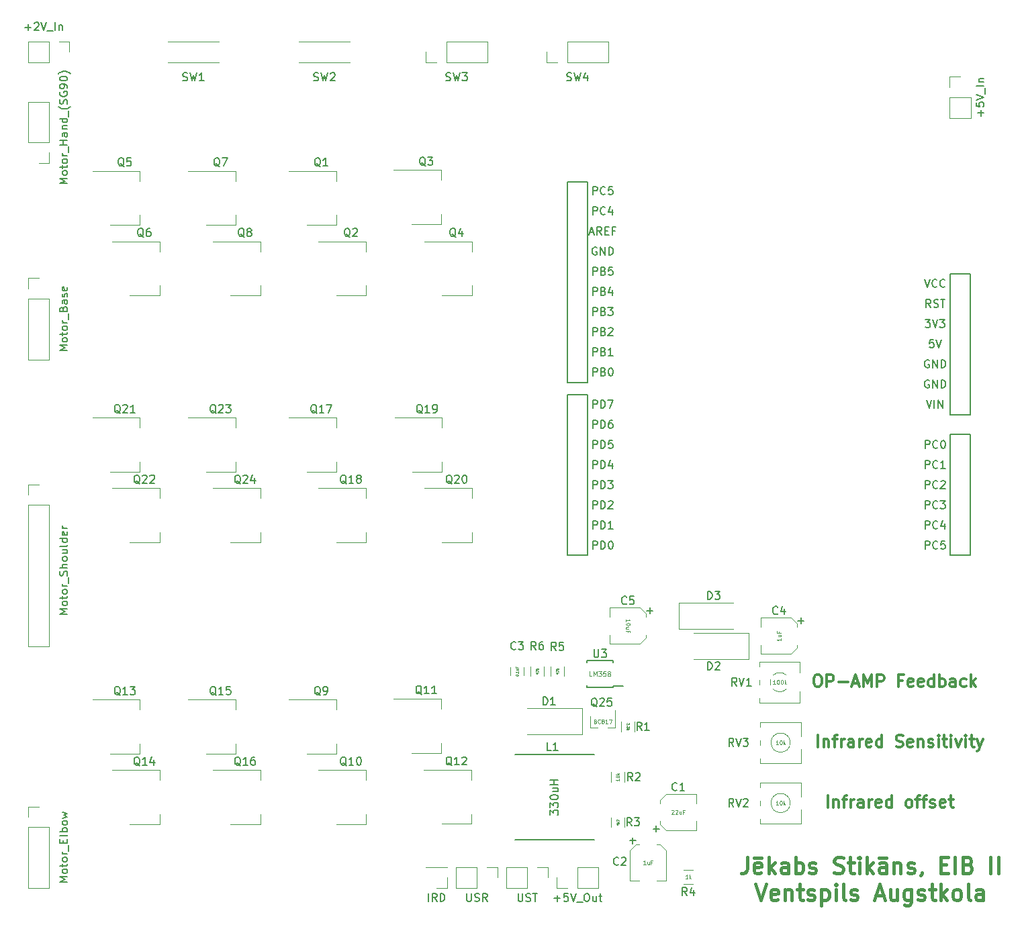
<source format=gbr>
G04 #@! TF.GenerationSoftware,KiCad,Pcbnew,(5.0.1)-3*
G04 #@! TF.CreationDate,2019-12-19T09:37:45+04:00*
G04 #@! TF.ProjectId,Roboarm,526F626F61726D2E6B696361645F7063,rev?*
G04 #@! TF.SameCoordinates,Original*
G04 #@! TF.FileFunction,Legend,Top*
G04 #@! TF.FilePolarity,Positive*
%FSLAX46Y46*%
G04 Gerber Fmt 4.6, Leading zero omitted, Abs format (unit mm)*
G04 Created by KiCad (PCBNEW (5.0.1)-3) date 19.12.2019 09:37:45*
%MOMM*%
%LPD*%
G01*
G04 APERTURE LIST*
%ADD10C,0.300000*%
%ADD11C,0.400000*%
%ADD12C,0.150000*%
%ADD13C,0.120000*%
%ADD14C,0.075000*%
%ADD15C,0.050000*%
%ADD16C,0.100000*%
%ADD17C,0.070000*%
G04 APERTURE END LIST*
D10*
X176368571Y-128313571D02*
X176368571Y-126813571D01*
X177082857Y-127313571D02*
X177082857Y-128313571D01*
X177082857Y-127456428D02*
X177154285Y-127385000D01*
X177297142Y-127313571D01*
X177511428Y-127313571D01*
X177654285Y-127385000D01*
X177725714Y-127527857D01*
X177725714Y-128313571D01*
X178225714Y-127313571D02*
X178797142Y-127313571D01*
X178440000Y-128313571D02*
X178440000Y-127027857D01*
X178511428Y-126885000D01*
X178654285Y-126813571D01*
X178797142Y-126813571D01*
X179297142Y-128313571D02*
X179297142Y-127313571D01*
X179297142Y-127599285D02*
X179368571Y-127456428D01*
X179440000Y-127385000D01*
X179582857Y-127313571D01*
X179725714Y-127313571D01*
X180868571Y-128313571D02*
X180868571Y-127527857D01*
X180797142Y-127385000D01*
X180654285Y-127313571D01*
X180368571Y-127313571D01*
X180225714Y-127385000D01*
X180868571Y-128242142D02*
X180725714Y-128313571D01*
X180368571Y-128313571D01*
X180225714Y-128242142D01*
X180154285Y-128099285D01*
X180154285Y-127956428D01*
X180225714Y-127813571D01*
X180368571Y-127742142D01*
X180725714Y-127742142D01*
X180868571Y-127670714D01*
X181582857Y-128313571D02*
X181582857Y-127313571D01*
X181582857Y-127599285D02*
X181654285Y-127456428D01*
X181725714Y-127385000D01*
X181868571Y-127313571D01*
X182011428Y-127313571D01*
X183082857Y-128242142D02*
X182940000Y-128313571D01*
X182654285Y-128313571D01*
X182511428Y-128242142D01*
X182440000Y-128099285D01*
X182440000Y-127527857D01*
X182511428Y-127385000D01*
X182654285Y-127313571D01*
X182940000Y-127313571D01*
X183082857Y-127385000D01*
X183154285Y-127527857D01*
X183154285Y-127670714D01*
X182440000Y-127813571D01*
X184440000Y-128313571D02*
X184440000Y-126813571D01*
X184440000Y-128242142D02*
X184297142Y-128313571D01*
X184011428Y-128313571D01*
X183868571Y-128242142D01*
X183797142Y-128170714D01*
X183725714Y-128027857D01*
X183725714Y-127599285D01*
X183797142Y-127456428D01*
X183868571Y-127385000D01*
X184011428Y-127313571D01*
X184297142Y-127313571D01*
X184440000Y-127385000D01*
X186225714Y-128242142D02*
X186440000Y-128313571D01*
X186797142Y-128313571D01*
X186940000Y-128242142D01*
X187011428Y-128170714D01*
X187082857Y-128027857D01*
X187082857Y-127885000D01*
X187011428Y-127742142D01*
X186940000Y-127670714D01*
X186797142Y-127599285D01*
X186511428Y-127527857D01*
X186368571Y-127456428D01*
X186297142Y-127385000D01*
X186225714Y-127242142D01*
X186225714Y-127099285D01*
X186297142Y-126956428D01*
X186368571Y-126885000D01*
X186511428Y-126813571D01*
X186868571Y-126813571D01*
X187082857Y-126885000D01*
X188297142Y-128242142D02*
X188154285Y-128313571D01*
X187868571Y-128313571D01*
X187725714Y-128242142D01*
X187654285Y-128099285D01*
X187654285Y-127527857D01*
X187725714Y-127385000D01*
X187868571Y-127313571D01*
X188154285Y-127313571D01*
X188297142Y-127385000D01*
X188368571Y-127527857D01*
X188368571Y-127670714D01*
X187654285Y-127813571D01*
X189011428Y-127313571D02*
X189011428Y-128313571D01*
X189011428Y-127456428D02*
X189082857Y-127385000D01*
X189225714Y-127313571D01*
X189440000Y-127313571D01*
X189582857Y-127385000D01*
X189654285Y-127527857D01*
X189654285Y-128313571D01*
X190297142Y-128242142D02*
X190440000Y-128313571D01*
X190725714Y-128313571D01*
X190868571Y-128242142D01*
X190940000Y-128099285D01*
X190940000Y-128027857D01*
X190868571Y-127885000D01*
X190725714Y-127813571D01*
X190511428Y-127813571D01*
X190368571Y-127742142D01*
X190297142Y-127599285D01*
X190297142Y-127527857D01*
X190368571Y-127385000D01*
X190511428Y-127313571D01*
X190725714Y-127313571D01*
X190868571Y-127385000D01*
X191582857Y-128313571D02*
X191582857Y-127313571D01*
X191582857Y-126813571D02*
X191511428Y-126885000D01*
X191582857Y-126956428D01*
X191654285Y-126885000D01*
X191582857Y-126813571D01*
X191582857Y-126956428D01*
X192082857Y-127313571D02*
X192654285Y-127313571D01*
X192297142Y-126813571D02*
X192297142Y-128099285D01*
X192368571Y-128242142D01*
X192511428Y-128313571D01*
X192654285Y-128313571D01*
X193154285Y-128313571D02*
X193154285Y-127313571D01*
X193154285Y-126813571D02*
X193082857Y-126885000D01*
X193154285Y-126956428D01*
X193225714Y-126885000D01*
X193154285Y-126813571D01*
X193154285Y-126956428D01*
X193725714Y-127313571D02*
X194082857Y-128313571D01*
X194440000Y-127313571D01*
X195011428Y-128313571D02*
X195011428Y-127313571D01*
X195011428Y-126813571D02*
X194940000Y-126885000D01*
X195011428Y-126956428D01*
X195082857Y-126885000D01*
X195011428Y-126813571D01*
X195011428Y-126956428D01*
X195511428Y-127313571D02*
X196082857Y-127313571D01*
X195725714Y-126813571D02*
X195725714Y-128099285D01*
X195797142Y-128242142D01*
X195940000Y-128313571D01*
X196082857Y-128313571D01*
X196440000Y-127313571D02*
X196797142Y-128313571D01*
X197154285Y-127313571D02*
X196797142Y-128313571D01*
X196654285Y-128670714D01*
X196582857Y-128742142D01*
X196440000Y-128813571D01*
X177598571Y-135933571D02*
X177598571Y-134433571D01*
X178312857Y-134933571D02*
X178312857Y-135933571D01*
X178312857Y-135076428D02*
X178384285Y-135005000D01*
X178527142Y-134933571D01*
X178741428Y-134933571D01*
X178884285Y-135005000D01*
X178955714Y-135147857D01*
X178955714Y-135933571D01*
X179455714Y-134933571D02*
X180027142Y-134933571D01*
X179670000Y-135933571D02*
X179670000Y-134647857D01*
X179741428Y-134505000D01*
X179884285Y-134433571D01*
X180027142Y-134433571D01*
X180527142Y-135933571D02*
X180527142Y-134933571D01*
X180527142Y-135219285D02*
X180598571Y-135076428D01*
X180670000Y-135005000D01*
X180812857Y-134933571D01*
X180955714Y-134933571D01*
X182098571Y-135933571D02*
X182098571Y-135147857D01*
X182027142Y-135005000D01*
X181884285Y-134933571D01*
X181598571Y-134933571D01*
X181455714Y-135005000D01*
X182098571Y-135862142D02*
X181955714Y-135933571D01*
X181598571Y-135933571D01*
X181455714Y-135862142D01*
X181384285Y-135719285D01*
X181384285Y-135576428D01*
X181455714Y-135433571D01*
X181598571Y-135362142D01*
X181955714Y-135362142D01*
X182098571Y-135290714D01*
X182812857Y-135933571D02*
X182812857Y-134933571D01*
X182812857Y-135219285D02*
X182884285Y-135076428D01*
X182955714Y-135005000D01*
X183098571Y-134933571D01*
X183241428Y-134933571D01*
X184312857Y-135862142D02*
X184170000Y-135933571D01*
X183884285Y-135933571D01*
X183741428Y-135862142D01*
X183670000Y-135719285D01*
X183670000Y-135147857D01*
X183741428Y-135005000D01*
X183884285Y-134933571D01*
X184170000Y-134933571D01*
X184312857Y-135005000D01*
X184384285Y-135147857D01*
X184384285Y-135290714D01*
X183670000Y-135433571D01*
X185670000Y-135933571D02*
X185670000Y-134433571D01*
X185670000Y-135862142D02*
X185527142Y-135933571D01*
X185241428Y-135933571D01*
X185098571Y-135862142D01*
X185027142Y-135790714D01*
X184955714Y-135647857D01*
X184955714Y-135219285D01*
X185027142Y-135076428D01*
X185098571Y-135005000D01*
X185241428Y-134933571D01*
X185527142Y-134933571D01*
X185670000Y-135005000D01*
X187741428Y-135933571D02*
X187598571Y-135862142D01*
X187527142Y-135790714D01*
X187455714Y-135647857D01*
X187455714Y-135219285D01*
X187527142Y-135076428D01*
X187598571Y-135005000D01*
X187741428Y-134933571D01*
X187955714Y-134933571D01*
X188098571Y-135005000D01*
X188170000Y-135076428D01*
X188241428Y-135219285D01*
X188241428Y-135647857D01*
X188170000Y-135790714D01*
X188098571Y-135862142D01*
X187955714Y-135933571D01*
X187741428Y-135933571D01*
X188670000Y-134933571D02*
X189241428Y-134933571D01*
X188884285Y-135933571D02*
X188884285Y-134647857D01*
X188955714Y-134505000D01*
X189098571Y-134433571D01*
X189241428Y-134433571D01*
X189527142Y-134933571D02*
X190098571Y-134933571D01*
X189741428Y-135933571D02*
X189741428Y-134647857D01*
X189812857Y-134505000D01*
X189955714Y-134433571D01*
X190098571Y-134433571D01*
X190527142Y-135862142D02*
X190670000Y-135933571D01*
X190955714Y-135933571D01*
X191098571Y-135862142D01*
X191170000Y-135719285D01*
X191170000Y-135647857D01*
X191098571Y-135505000D01*
X190955714Y-135433571D01*
X190741428Y-135433571D01*
X190598571Y-135362142D01*
X190527142Y-135219285D01*
X190527142Y-135147857D01*
X190598571Y-135005000D01*
X190741428Y-134933571D01*
X190955714Y-134933571D01*
X191098571Y-135005000D01*
X192384285Y-135862142D02*
X192241428Y-135933571D01*
X191955714Y-135933571D01*
X191812857Y-135862142D01*
X191741428Y-135719285D01*
X191741428Y-135147857D01*
X191812857Y-135005000D01*
X191955714Y-134933571D01*
X192241428Y-134933571D01*
X192384285Y-135005000D01*
X192455714Y-135147857D01*
X192455714Y-135290714D01*
X191741428Y-135433571D01*
X192884285Y-134933571D02*
X193455714Y-134933571D01*
X193098571Y-134433571D02*
X193098571Y-135719285D01*
X193170000Y-135862142D01*
X193312857Y-135933571D01*
X193455714Y-135933571D01*
X176197857Y-119193571D02*
X176483571Y-119193571D01*
X176626428Y-119265000D01*
X176769285Y-119407857D01*
X176840714Y-119693571D01*
X176840714Y-120193571D01*
X176769285Y-120479285D01*
X176626428Y-120622142D01*
X176483571Y-120693571D01*
X176197857Y-120693571D01*
X176055000Y-120622142D01*
X175912142Y-120479285D01*
X175840714Y-120193571D01*
X175840714Y-119693571D01*
X175912142Y-119407857D01*
X176055000Y-119265000D01*
X176197857Y-119193571D01*
X177483571Y-120693571D02*
X177483571Y-119193571D01*
X178055000Y-119193571D01*
X178197857Y-119265000D01*
X178269285Y-119336428D01*
X178340714Y-119479285D01*
X178340714Y-119693571D01*
X178269285Y-119836428D01*
X178197857Y-119907857D01*
X178055000Y-119979285D01*
X177483571Y-119979285D01*
X178983571Y-120122142D02*
X180126428Y-120122142D01*
X180769285Y-120265000D02*
X181483571Y-120265000D01*
X180626428Y-120693571D02*
X181126428Y-119193571D01*
X181626428Y-120693571D01*
X182126428Y-120693571D02*
X182126428Y-119193571D01*
X182626428Y-120265000D01*
X183126428Y-119193571D01*
X183126428Y-120693571D01*
X183840714Y-120693571D02*
X183840714Y-119193571D01*
X184412142Y-119193571D01*
X184555000Y-119265000D01*
X184626428Y-119336428D01*
X184697857Y-119479285D01*
X184697857Y-119693571D01*
X184626428Y-119836428D01*
X184555000Y-119907857D01*
X184412142Y-119979285D01*
X183840714Y-119979285D01*
X186983571Y-119907857D02*
X186483571Y-119907857D01*
X186483571Y-120693571D02*
X186483571Y-119193571D01*
X187197857Y-119193571D01*
X188340714Y-120622142D02*
X188197857Y-120693571D01*
X187912142Y-120693571D01*
X187769285Y-120622142D01*
X187697857Y-120479285D01*
X187697857Y-119907857D01*
X187769285Y-119765000D01*
X187912142Y-119693571D01*
X188197857Y-119693571D01*
X188340714Y-119765000D01*
X188412142Y-119907857D01*
X188412142Y-120050714D01*
X187697857Y-120193571D01*
X189626428Y-120622142D02*
X189483571Y-120693571D01*
X189197857Y-120693571D01*
X189055000Y-120622142D01*
X188983571Y-120479285D01*
X188983571Y-119907857D01*
X189055000Y-119765000D01*
X189197857Y-119693571D01*
X189483571Y-119693571D01*
X189626428Y-119765000D01*
X189697857Y-119907857D01*
X189697857Y-120050714D01*
X188983571Y-120193571D01*
X190983571Y-120693571D02*
X190983571Y-119193571D01*
X190983571Y-120622142D02*
X190840714Y-120693571D01*
X190555000Y-120693571D01*
X190412142Y-120622142D01*
X190340714Y-120550714D01*
X190269285Y-120407857D01*
X190269285Y-119979285D01*
X190340714Y-119836428D01*
X190412142Y-119765000D01*
X190555000Y-119693571D01*
X190840714Y-119693571D01*
X190983571Y-119765000D01*
X191697857Y-120693571D02*
X191697857Y-119193571D01*
X191697857Y-119765000D02*
X191840714Y-119693571D01*
X192126428Y-119693571D01*
X192269285Y-119765000D01*
X192340714Y-119836428D01*
X192412142Y-119979285D01*
X192412142Y-120407857D01*
X192340714Y-120550714D01*
X192269285Y-120622142D01*
X192126428Y-120693571D01*
X191840714Y-120693571D01*
X191697857Y-120622142D01*
X193697857Y-120693571D02*
X193697857Y-119907857D01*
X193626428Y-119765000D01*
X193483571Y-119693571D01*
X193197857Y-119693571D01*
X193055000Y-119765000D01*
X193697857Y-120622142D02*
X193555000Y-120693571D01*
X193197857Y-120693571D01*
X193055000Y-120622142D01*
X192983571Y-120479285D01*
X192983571Y-120336428D01*
X193055000Y-120193571D01*
X193197857Y-120122142D01*
X193555000Y-120122142D01*
X193697857Y-120050714D01*
X195055000Y-120622142D02*
X194912142Y-120693571D01*
X194626428Y-120693571D01*
X194483571Y-120622142D01*
X194412142Y-120550714D01*
X194340714Y-120407857D01*
X194340714Y-119979285D01*
X194412142Y-119836428D01*
X194483571Y-119765000D01*
X194626428Y-119693571D01*
X194912142Y-119693571D01*
X195055000Y-119765000D01*
X195697857Y-120693571D02*
X195697857Y-119193571D01*
X195840714Y-120122142D02*
X196269285Y-120693571D01*
X196269285Y-119693571D02*
X195697857Y-120265000D01*
D11*
X167476190Y-142204761D02*
X167476190Y-143633333D01*
X167380952Y-143919047D01*
X167190476Y-144109523D01*
X166904761Y-144204761D01*
X166714285Y-144204761D01*
X169190476Y-144109523D02*
X169000000Y-144204761D01*
X168619047Y-144204761D01*
X168428571Y-144109523D01*
X168333333Y-143919047D01*
X168333333Y-143157142D01*
X168428571Y-142966666D01*
X168619047Y-142871428D01*
X169000000Y-142871428D01*
X169190476Y-142966666D01*
X169285714Y-143157142D01*
X169285714Y-143347619D01*
X168333333Y-143538095D01*
X168333333Y-142300000D02*
X169285714Y-142300000D01*
X170142857Y-144204761D02*
X170142857Y-142204761D01*
X170333333Y-143442857D02*
X170904761Y-144204761D01*
X170904761Y-142871428D02*
X170142857Y-143633333D01*
X172619047Y-144204761D02*
X172619047Y-143157142D01*
X172523809Y-142966666D01*
X172333333Y-142871428D01*
X171952380Y-142871428D01*
X171761904Y-142966666D01*
X172619047Y-144109523D02*
X172428571Y-144204761D01*
X171952380Y-144204761D01*
X171761904Y-144109523D01*
X171666666Y-143919047D01*
X171666666Y-143728571D01*
X171761904Y-143538095D01*
X171952380Y-143442857D01*
X172428571Y-143442857D01*
X172619047Y-143347619D01*
X173571428Y-144204761D02*
X173571428Y-142204761D01*
X173571428Y-142966666D02*
X173761904Y-142871428D01*
X174142857Y-142871428D01*
X174333333Y-142966666D01*
X174428571Y-143061904D01*
X174523809Y-143252380D01*
X174523809Y-143823809D01*
X174428571Y-144014285D01*
X174333333Y-144109523D01*
X174142857Y-144204761D01*
X173761904Y-144204761D01*
X173571428Y-144109523D01*
X175285714Y-144109523D02*
X175476190Y-144204761D01*
X175857142Y-144204761D01*
X176047619Y-144109523D01*
X176142857Y-143919047D01*
X176142857Y-143823809D01*
X176047619Y-143633333D01*
X175857142Y-143538095D01*
X175571428Y-143538095D01*
X175380952Y-143442857D01*
X175285714Y-143252380D01*
X175285714Y-143157142D01*
X175380952Y-142966666D01*
X175571428Y-142871428D01*
X175857142Y-142871428D01*
X176047619Y-142966666D01*
X178428571Y-144109523D02*
X178714285Y-144204761D01*
X179190476Y-144204761D01*
X179380952Y-144109523D01*
X179476190Y-144014285D01*
X179571428Y-143823809D01*
X179571428Y-143633333D01*
X179476190Y-143442857D01*
X179380952Y-143347619D01*
X179190476Y-143252380D01*
X178809523Y-143157142D01*
X178619047Y-143061904D01*
X178523809Y-142966666D01*
X178428571Y-142776190D01*
X178428571Y-142585714D01*
X178523809Y-142395238D01*
X178619047Y-142300000D01*
X178809523Y-142204761D01*
X179285714Y-142204761D01*
X179571428Y-142300000D01*
X180142857Y-142871428D02*
X180904761Y-142871428D01*
X180428571Y-142204761D02*
X180428571Y-143919047D01*
X180523809Y-144109523D01*
X180714285Y-144204761D01*
X180904761Y-144204761D01*
X181571428Y-144204761D02*
X181571428Y-142871428D01*
X181571428Y-142204761D02*
X181476190Y-142300000D01*
X181571428Y-142395238D01*
X181666666Y-142300000D01*
X181571428Y-142204761D01*
X181571428Y-142395238D01*
X182523809Y-144204761D02*
X182523809Y-142204761D01*
X182714285Y-143442857D02*
X183285714Y-144204761D01*
X183285714Y-142871428D02*
X182523809Y-143633333D01*
X185000000Y-144204761D02*
X185000000Y-143157142D01*
X184904761Y-142966666D01*
X184714285Y-142871428D01*
X184333333Y-142871428D01*
X184142857Y-142966666D01*
X185000000Y-144109523D02*
X184809523Y-144204761D01*
X184333333Y-144204761D01*
X184142857Y-144109523D01*
X184047619Y-143919047D01*
X184047619Y-143728571D01*
X184142857Y-143538095D01*
X184333333Y-143442857D01*
X184809523Y-143442857D01*
X185000000Y-143347619D01*
X184047619Y-142300000D02*
X185000000Y-142300000D01*
X185952380Y-142871428D02*
X185952380Y-144204761D01*
X185952380Y-143061904D02*
X186047619Y-142966666D01*
X186238095Y-142871428D01*
X186523809Y-142871428D01*
X186714285Y-142966666D01*
X186809523Y-143157142D01*
X186809523Y-144204761D01*
X187666666Y-144109523D02*
X187857142Y-144204761D01*
X188238095Y-144204761D01*
X188428571Y-144109523D01*
X188523809Y-143919047D01*
X188523809Y-143823809D01*
X188428571Y-143633333D01*
X188238095Y-143538095D01*
X187952380Y-143538095D01*
X187761904Y-143442857D01*
X187666666Y-143252380D01*
X187666666Y-143157142D01*
X187761904Y-142966666D01*
X187952380Y-142871428D01*
X188238095Y-142871428D01*
X188428571Y-142966666D01*
X189476190Y-144109523D02*
X189476190Y-144204761D01*
X189380952Y-144395238D01*
X189285714Y-144490476D01*
X191857142Y-143157142D02*
X192523809Y-143157142D01*
X192809523Y-144204761D02*
X191857142Y-144204761D01*
X191857142Y-142204761D01*
X192809523Y-142204761D01*
X193666666Y-144204761D02*
X193666666Y-142204761D01*
X195285714Y-143157142D02*
X195571428Y-143252380D01*
X195666666Y-143347619D01*
X195761904Y-143538095D01*
X195761904Y-143823809D01*
X195666666Y-144014285D01*
X195571428Y-144109523D01*
X195380952Y-144204761D01*
X194619047Y-144204761D01*
X194619047Y-142204761D01*
X195285714Y-142204761D01*
X195476190Y-142300000D01*
X195571428Y-142395238D01*
X195666666Y-142585714D01*
X195666666Y-142776190D01*
X195571428Y-142966666D01*
X195476190Y-143061904D01*
X195285714Y-143157142D01*
X194619047Y-143157142D01*
X198142857Y-144204761D02*
X198142857Y-142204761D01*
X199095238Y-144204761D02*
X199095238Y-142204761D01*
X168523809Y-145604761D02*
X169190476Y-147604761D01*
X169857142Y-145604761D01*
X171285714Y-147509523D02*
X171095238Y-147604761D01*
X170714285Y-147604761D01*
X170523809Y-147509523D01*
X170428571Y-147319047D01*
X170428571Y-146557142D01*
X170523809Y-146366666D01*
X170714285Y-146271428D01*
X171095238Y-146271428D01*
X171285714Y-146366666D01*
X171380952Y-146557142D01*
X171380952Y-146747619D01*
X170428571Y-146938095D01*
X172238095Y-146271428D02*
X172238095Y-147604761D01*
X172238095Y-146461904D02*
X172333333Y-146366666D01*
X172523809Y-146271428D01*
X172809523Y-146271428D01*
X173000000Y-146366666D01*
X173095238Y-146557142D01*
X173095238Y-147604761D01*
X173761904Y-146271428D02*
X174523809Y-146271428D01*
X174047619Y-145604761D02*
X174047619Y-147319047D01*
X174142857Y-147509523D01*
X174333333Y-147604761D01*
X174523809Y-147604761D01*
X175095238Y-147509523D02*
X175285714Y-147604761D01*
X175666666Y-147604761D01*
X175857142Y-147509523D01*
X175952380Y-147319047D01*
X175952380Y-147223809D01*
X175857142Y-147033333D01*
X175666666Y-146938095D01*
X175380952Y-146938095D01*
X175190476Y-146842857D01*
X175095238Y-146652380D01*
X175095238Y-146557142D01*
X175190476Y-146366666D01*
X175380952Y-146271428D01*
X175666666Y-146271428D01*
X175857142Y-146366666D01*
X176809523Y-146271428D02*
X176809523Y-148271428D01*
X176809523Y-146366666D02*
X177000000Y-146271428D01*
X177380952Y-146271428D01*
X177571428Y-146366666D01*
X177666666Y-146461904D01*
X177761904Y-146652380D01*
X177761904Y-147223809D01*
X177666666Y-147414285D01*
X177571428Y-147509523D01*
X177380952Y-147604761D01*
X177000000Y-147604761D01*
X176809523Y-147509523D01*
X178619047Y-147604761D02*
X178619047Y-146271428D01*
X178619047Y-145604761D02*
X178523809Y-145700000D01*
X178619047Y-145795238D01*
X178714285Y-145700000D01*
X178619047Y-145604761D01*
X178619047Y-145795238D01*
X179857142Y-147604761D02*
X179666666Y-147509523D01*
X179571428Y-147319047D01*
X179571428Y-145604761D01*
X180523809Y-147509523D02*
X180714285Y-147604761D01*
X181095238Y-147604761D01*
X181285714Y-147509523D01*
X181380952Y-147319047D01*
X181380952Y-147223809D01*
X181285714Y-147033333D01*
X181095238Y-146938095D01*
X180809523Y-146938095D01*
X180619047Y-146842857D01*
X180523809Y-146652380D01*
X180523809Y-146557142D01*
X180619047Y-146366666D01*
X180809523Y-146271428D01*
X181095238Y-146271428D01*
X181285714Y-146366666D01*
X183666666Y-147033333D02*
X184619047Y-147033333D01*
X183476190Y-147604761D02*
X184142857Y-145604761D01*
X184809523Y-147604761D01*
X186333333Y-146271428D02*
X186333333Y-147604761D01*
X185476190Y-146271428D02*
X185476190Y-147319047D01*
X185571428Y-147509523D01*
X185761904Y-147604761D01*
X186047619Y-147604761D01*
X186238095Y-147509523D01*
X186333333Y-147414285D01*
X188142857Y-146271428D02*
X188142857Y-147890476D01*
X188047619Y-148080952D01*
X187952380Y-148176190D01*
X187761904Y-148271428D01*
X187476190Y-148271428D01*
X187285714Y-148176190D01*
X188142857Y-147509523D02*
X187952380Y-147604761D01*
X187571428Y-147604761D01*
X187380952Y-147509523D01*
X187285714Y-147414285D01*
X187190476Y-147223809D01*
X187190476Y-146652380D01*
X187285714Y-146461904D01*
X187380952Y-146366666D01*
X187571428Y-146271428D01*
X187952380Y-146271428D01*
X188142857Y-146366666D01*
X189000000Y-147509523D02*
X189190476Y-147604761D01*
X189571428Y-147604761D01*
X189761904Y-147509523D01*
X189857142Y-147319047D01*
X189857142Y-147223809D01*
X189761904Y-147033333D01*
X189571428Y-146938095D01*
X189285714Y-146938095D01*
X189095238Y-146842857D01*
X189000000Y-146652380D01*
X189000000Y-146557142D01*
X189095238Y-146366666D01*
X189285714Y-146271428D01*
X189571428Y-146271428D01*
X189761904Y-146366666D01*
X190428571Y-146271428D02*
X191190476Y-146271428D01*
X190714285Y-145604761D02*
X190714285Y-147319047D01*
X190809523Y-147509523D01*
X191000000Y-147604761D01*
X191190476Y-147604761D01*
X191857142Y-147604761D02*
X191857142Y-145604761D01*
X192047619Y-146842857D02*
X192619047Y-147604761D01*
X192619047Y-146271428D02*
X191857142Y-147033333D01*
X193761904Y-147604761D02*
X193571428Y-147509523D01*
X193476190Y-147414285D01*
X193380952Y-147223809D01*
X193380952Y-146652380D01*
X193476190Y-146461904D01*
X193571428Y-146366666D01*
X193761904Y-146271428D01*
X194047619Y-146271428D01*
X194238095Y-146366666D01*
X194333333Y-146461904D01*
X194428571Y-146652380D01*
X194428571Y-147223809D01*
X194333333Y-147414285D01*
X194238095Y-147509523D01*
X194047619Y-147604761D01*
X193761904Y-147604761D01*
X195571428Y-147604761D02*
X195380952Y-147509523D01*
X195285714Y-147319047D01*
X195285714Y-145604761D01*
X197190476Y-147604761D02*
X197190476Y-146557142D01*
X197095238Y-146366666D01*
X196904761Y-146271428D01*
X196523809Y-146271428D01*
X196333333Y-146366666D01*
X197190476Y-147509523D02*
X197000000Y-147604761D01*
X196523809Y-147604761D01*
X196333333Y-147509523D01*
X196238095Y-147319047D01*
X196238095Y-147128571D01*
X196333333Y-146938095D01*
X196523809Y-146842857D01*
X197000000Y-146842857D01*
X197190476Y-146747619D01*
D12*
G04 #@! TO.C,MCU1*
X195560000Y-88870000D02*
X195560000Y-104120000D01*
X195560000Y-88870000D02*
X193060000Y-88870000D01*
X193060000Y-88870000D02*
X193060000Y-104120000D01*
X193060000Y-104120000D02*
X195560000Y-104120000D01*
X193060000Y-86370000D02*
X195560000Y-86370000D01*
X195560000Y-68590000D02*
X193060000Y-68590000D01*
X193060000Y-68590000D02*
X193060000Y-86370000D01*
X195560000Y-68590000D02*
X195560000Y-86370000D01*
X147310000Y-83840000D02*
X144810000Y-83840000D01*
X144810000Y-104120000D02*
X147310000Y-104120000D01*
X147310000Y-83840000D02*
X147310000Y-104120000D01*
X144810000Y-83840000D02*
X144810000Y-104120000D01*
X147300000Y-57026000D02*
X144800000Y-57026000D01*
X147300000Y-57026000D02*
X147310000Y-82370000D01*
X144810000Y-82370000D02*
X147310000Y-82370000D01*
X144800000Y-57026000D02*
X144810000Y-82370000D01*
D13*
G04 #@! TO.C,C4*
X172970000Y-116590000D02*
X173740000Y-115820000D01*
X172970000Y-116590000D02*
X169160000Y-116590000D01*
X172970000Y-112010000D02*
X173740000Y-112780000D01*
X172970000Y-112010000D02*
X169160000Y-112010000D01*
X173740000Y-112780000D02*
X173740000Y-113180000D01*
X169160000Y-112010000D02*
X169160000Y-113180000D01*
X169160000Y-116590000D02*
X169160000Y-115420000D01*
X173740000Y-115820000D02*
X173740000Y-115420000D01*
G04 #@! TO.C,R4*
X159420000Y-143795000D02*
X160620000Y-143795000D01*
X160620000Y-145555000D02*
X159420000Y-145555000D01*
G04 #@! TO.C,J3*
X192980000Y-43755000D02*
X194310000Y-43755000D01*
X192980000Y-45085000D02*
X192980000Y-43755000D01*
X192980000Y-46355000D02*
X195640000Y-46355000D01*
X195640000Y-46355000D02*
X195640000Y-48955000D01*
X192980000Y-46355000D02*
X192980000Y-48955000D01*
X192980000Y-48955000D02*
X195640000Y-48955000D01*
G04 #@! TO.C,SW2*
X110885000Y-39340000D02*
X117385000Y-39340000D01*
X117385000Y-41940000D02*
X110885000Y-41940000D01*
G04 #@! TO.C,SW1*
X100875000Y-41940000D02*
X94375000Y-41940000D01*
X94375000Y-39340000D02*
X100875000Y-39340000D01*
G04 #@! TO.C,R5*
X144390000Y-118145000D02*
X144390000Y-119345000D01*
X142630000Y-119345000D02*
X142630000Y-118145000D01*
G04 #@! TO.C,C3*
X137580000Y-118265000D02*
X137580000Y-119265000D01*
X139280000Y-119265000D02*
X139280000Y-118265000D01*
G04 #@! TO.C,R6*
X140090000Y-119345000D02*
X140090000Y-118145000D01*
X141850000Y-118145000D02*
X141850000Y-119345000D01*
G04 #@! TO.C,RV3*
X172870000Y-127755000D02*
G75*
G03X172870000Y-127755000I-1210000J0D01*
G01*
X169100000Y-125775000D02*
X169100000Y-125195000D01*
X169100000Y-128075000D02*
X169100000Y-127435000D01*
X169100000Y-130315000D02*
X169100000Y-129735000D01*
X174220000Y-126925000D02*
X174220000Y-125195000D01*
X174220000Y-130315000D02*
X174220000Y-128585000D01*
X174220000Y-125195000D02*
X169100000Y-125195000D01*
X174220000Y-130315000D02*
X169100000Y-130315000D01*
D12*
G04 #@! TO.C,L1*
X138150000Y-140020000D02*
X148150000Y-140020000D01*
X138150000Y-129220000D02*
X148150000Y-129220000D01*
D13*
G04 #@! TO.C,D1*
X146600000Y-126745000D02*
X139700000Y-126745000D01*
X146600000Y-123445000D02*
X139700000Y-123445000D01*
X146600000Y-126745000D02*
X146600000Y-123445000D01*
G04 #@! TO.C,RV1*
X171523806Y-118918222D02*
G75*
G02X172375000Y-119245000I21194J-1216778D01*
G01*
X172364958Y-121024364D02*
G75*
G02X170715000Y-121015000I-819958J889364D01*
G01*
X170386390Y-120469851D02*
G75*
G02X170385000Y-119805000I1158610J334851D01*
G01*
X170719782Y-119250062D02*
G75*
G02X171545000Y-118925000I825218J-884938D01*
G01*
X168985000Y-118155000D02*
X168985000Y-117575000D01*
X168985000Y-120455000D02*
X168985000Y-119815000D01*
X168985000Y-122695000D02*
X168985000Y-122115000D01*
X174105000Y-118955000D02*
X174105000Y-117575000D01*
X174105000Y-122695000D02*
X174105000Y-121315000D01*
X174105000Y-117575000D02*
X168985000Y-117575000D01*
X174105000Y-122695000D02*
X168985000Y-122695000D01*
G04 #@! TO.C,C5*
X154690000Y-114550000D02*
X154690000Y-114150000D01*
X150110000Y-115320000D02*
X150110000Y-114150000D01*
X150110000Y-110740000D02*
X150110000Y-111910000D01*
X154690000Y-111510000D02*
X154690000Y-111910000D01*
X153920000Y-110740000D02*
X150110000Y-110740000D01*
X153920000Y-110740000D02*
X154690000Y-111510000D01*
X153920000Y-115320000D02*
X150110000Y-115320000D01*
X153920000Y-115320000D02*
X154690000Y-114550000D01*
G04 #@! TO.C,D2*
X167595000Y-117220000D02*
X160695000Y-117220000D01*
X167595000Y-113920000D02*
X160695000Y-113920000D01*
X167595000Y-117220000D02*
X167595000Y-113920000D01*
G04 #@! TO.C,D3*
X158795000Y-110110000D02*
X158795000Y-113410000D01*
X158795000Y-113410000D02*
X165695000Y-113410000D01*
X158795000Y-110110000D02*
X165695000Y-110110000D01*
G04 #@! TO.C,R1*
X153280000Y-125130000D02*
X153280000Y-126330000D01*
X151520000Y-126330000D02*
X151520000Y-125130000D01*
G04 #@! TO.C,RV2*
X174220000Y-137935000D02*
X169100000Y-137935000D01*
X174220000Y-132815000D02*
X169100000Y-132815000D01*
X174220000Y-137935000D02*
X174220000Y-136205000D01*
X174220000Y-134545000D02*
X174220000Y-132815000D01*
X169100000Y-137935000D02*
X169100000Y-137355000D01*
X169100000Y-135695000D02*
X169100000Y-135055000D01*
X169100000Y-133395000D02*
X169100000Y-132815000D01*
X172870000Y-135375000D02*
G75*
G03X172870000Y-135375000I-1210000J0D01*
G01*
D12*
G04 #@! TO.C,U3*
X150560000Y-120585000D02*
X151810000Y-120585000D01*
X150560000Y-117410000D02*
X147210000Y-117410000D01*
X150560000Y-120760000D02*
X147210000Y-120760000D01*
X150560000Y-117410000D02*
X150560000Y-117660000D01*
X147210000Y-117410000D02*
X147210000Y-117660000D01*
X147210000Y-120760000D02*
X147210000Y-120510000D01*
X150560000Y-120760000D02*
X150560000Y-120585000D01*
D13*
G04 #@! TO.C,MC1*
X135950000Y-143450000D02*
X135950000Y-144780000D01*
X134620000Y-143450000D02*
X135950000Y-143450000D01*
X133350000Y-143450000D02*
X133350000Y-146110000D01*
X133350000Y-146110000D02*
X130750000Y-146110000D01*
X133350000Y-143450000D02*
X130750000Y-143450000D01*
X130750000Y-143450000D02*
X130750000Y-146110000D01*
G04 #@! TO.C,M3*
X76775000Y-135830000D02*
X78105000Y-135830000D01*
X76775000Y-137160000D02*
X76775000Y-135830000D01*
X76775000Y-138430000D02*
X79435000Y-138430000D01*
X79435000Y-138430000D02*
X79435000Y-146110000D01*
X76775000Y-138430000D02*
X76775000Y-146110000D01*
X76775000Y-146110000D02*
X79435000Y-146110000D01*
G04 #@! TO.C,Q9*
X109640000Y-122320000D02*
X115650000Y-122320000D01*
X111890000Y-129140000D02*
X115650000Y-129140000D01*
X115650000Y-122320000D02*
X115650000Y-123580000D01*
X115650000Y-129140000D02*
X115650000Y-127880000D01*
G04 #@! TO.C,Q15*
X102950000Y-129140000D02*
X102950000Y-127880000D01*
X102950000Y-122320000D02*
X102950000Y-123580000D01*
X99190000Y-129140000D02*
X102950000Y-129140000D01*
X96940000Y-122320000D02*
X102950000Y-122320000D01*
G04 #@! TO.C,C1*
X156460000Y-135005000D02*
X156460000Y-135405000D01*
X161040000Y-134235000D02*
X161040000Y-135405000D01*
X161040000Y-138815000D02*
X161040000Y-137645000D01*
X156460000Y-138045000D02*
X156460000Y-137645000D01*
X157230000Y-138815000D02*
X161040000Y-138815000D01*
X157230000Y-138815000D02*
X156460000Y-138045000D01*
X157230000Y-134235000D02*
X161040000Y-134235000D01*
X157230000Y-134235000D02*
X156460000Y-135005000D01*
G04 #@! TO.C,C2*
X157230000Y-141355000D02*
X156460000Y-140585000D01*
X157230000Y-141355000D02*
X157230000Y-145165000D01*
X152650000Y-141355000D02*
X153420000Y-140585000D01*
X152650000Y-141355000D02*
X152650000Y-145165000D01*
X153420000Y-140585000D02*
X153820000Y-140585000D01*
X152650000Y-145165000D02*
X153820000Y-145165000D01*
X157230000Y-145165000D02*
X156060000Y-145165000D01*
X156460000Y-140585000D02*
X156060000Y-140585000D01*
G04 #@! TO.C,J1*
X148650000Y-146110000D02*
X148650000Y-143450000D01*
X146050000Y-146110000D02*
X148650000Y-146110000D01*
X146050000Y-143450000D02*
X148650000Y-143450000D01*
X146050000Y-146110000D02*
X146050000Y-143450000D01*
X144780000Y-146110000D02*
X143450000Y-146110000D01*
X143450000Y-146110000D02*
X143450000Y-144780000D01*
G04 #@! TO.C,J2*
X81975000Y-39310000D02*
X81975000Y-40640000D01*
X80645000Y-39310000D02*
X81975000Y-39310000D01*
X79375000Y-39310000D02*
X79375000Y-41970000D01*
X79375000Y-41970000D02*
X76775000Y-41970000D01*
X79375000Y-39310000D02*
X76775000Y-39310000D01*
X76775000Y-39310000D02*
X76775000Y-41970000D01*
G04 #@! TO.C,J7*
X129600000Y-146110000D02*
X128270000Y-146110000D01*
X129600000Y-144780000D02*
X129600000Y-146110000D01*
X129600000Y-143510000D02*
X126940000Y-143510000D01*
X126940000Y-143510000D02*
X126940000Y-143450000D01*
X129600000Y-143510000D02*
X129600000Y-143450000D01*
X129600000Y-143450000D02*
X126940000Y-143450000D01*
G04 #@! TO.C,M4*
X79435000Y-54670000D02*
X78105000Y-54670000D01*
X79435000Y-53340000D02*
X79435000Y-54670000D01*
X79435000Y-52070000D02*
X76775000Y-52070000D01*
X76775000Y-52070000D02*
X76775000Y-46930000D01*
X79435000Y-52070000D02*
X79435000Y-46930000D01*
X79435000Y-46930000D02*
X76775000Y-46930000D01*
G04 #@! TO.C,M2*
X76775000Y-95190000D02*
X78105000Y-95190000D01*
X76775000Y-96520000D02*
X76775000Y-95190000D01*
X76775000Y-97790000D02*
X79435000Y-97790000D01*
X79435000Y-97790000D02*
X79435000Y-115630000D01*
X76775000Y-97790000D02*
X76775000Y-115630000D01*
X76775000Y-115630000D02*
X79435000Y-115630000D01*
G04 #@! TO.C,M1*
X76775000Y-79435000D02*
X79435000Y-79435000D01*
X76775000Y-71755000D02*
X76775000Y-79435000D01*
X79435000Y-71755000D02*
X79435000Y-79435000D01*
X76775000Y-71755000D02*
X79435000Y-71755000D01*
X76775000Y-70485000D02*
X76775000Y-69155000D01*
X76775000Y-69155000D02*
X78105000Y-69155000D01*
G04 #@! TO.C,Q1*
X115650000Y-62465000D02*
X115650000Y-61205000D01*
X115650000Y-55645000D02*
X115650000Y-56905000D01*
X111890000Y-62465000D02*
X115650000Y-62465000D01*
X109640000Y-55645000D02*
X115650000Y-55645000D01*
G04 #@! TO.C,Q2*
X113375000Y-64535000D02*
X119385000Y-64535000D01*
X115625000Y-71355000D02*
X119385000Y-71355000D01*
X119385000Y-64535000D02*
X119385000Y-65795000D01*
X119385000Y-71355000D02*
X119385000Y-70095000D01*
G04 #@! TO.C,Q3*
X128885000Y-62365000D02*
X128885000Y-61105000D01*
X128885000Y-55545000D02*
X128885000Y-56805000D01*
X125125000Y-62365000D02*
X128885000Y-62365000D01*
X122875000Y-55545000D02*
X128885000Y-55545000D01*
G04 #@! TO.C,Q4*
X132720000Y-71355000D02*
X132720000Y-70095000D01*
X132720000Y-64535000D02*
X132720000Y-65795000D01*
X128960000Y-71355000D02*
X132720000Y-71355000D01*
X126710000Y-64535000D02*
X132720000Y-64535000D01*
G04 #@! TO.C,Q5*
X84875000Y-55645000D02*
X90885000Y-55645000D01*
X87125000Y-62465000D02*
X90885000Y-62465000D01*
X90885000Y-55645000D02*
X90885000Y-56905000D01*
X90885000Y-62465000D02*
X90885000Y-61205000D01*
G04 #@! TO.C,Q6*
X93350000Y-71355000D02*
X93350000Y-70095000D01*
X93350000Y-64535000D02*
X93350000Y-65795000D01*
X89590000Y-71355000D02*
X93350000Y-71355000D01*
X87340000Y-64535000D02*
X93350000Y-64535000D01*
G04 #@! TO.C,Q7*
X96940000Y-55645000D02*
X102950000Y-55645000D01*
X99190000Y-62465000D02*
X102950000Y-62465000D01*
X102950000Y-55645000D02*
X102950000Y-56905000D01*
X102950000Y-62465000D02*
X102950000Y-61205000D01*
G04 #@! TO.C,Q8*
X100040000Y-64535000D02*
X106050000Y-64535000D01*
X102290000Y-71355000D02*
X106050000Y-71355000D01*
X106050000Y-64535000D02*
X106050000Y-65795000D01*
X106050000Y-71355000D02*
X106050000Y-70095000D01*
G04 #@! TO.C,Q10*
X113375000Y-131210000D02*
X119385000Y-131210000D01*
X115625000Y-138030000D02*
X119385000Y-138030000D01*
X119385000Y-131210000D02*
X119385000Y-132470000D01*
X119385000Y-138030000D02*
X119385000Y-136770000D01*
G04 #@! TO.C,Q11*
X128885000Y-129040000D02*
X128885000Y-127780000D01*
X128885000Y-122220000D02*
X128885000Y-123480000D01*
X125125000Y-129040000D02*
X128885000Y-129040000D01*
X122875000Y-122220000D02*
X128885000Y-122220000D01*
G04 #@! TO.C,Q12*
X132695000Y-138005000D02*
X132695000Y-136745000D01*
X132695000Y-131185000D02*
X132695000Y-132445000D01*
X128935000Y-138005000D02*
X132695000Y-138005000D01*
X126685000Y-131185000D02*
X132695000Y-131185000D01*
G04 #@! TO.C,Q13*
X84875000Y-122320000D02*
X90885000Y-122320000D01*
X87125000Y-129140000D02*
X90885000Y-129140000D01*
X90885000Y-122320000D02*
X90885000Y-123580000D01*
X90885000Y-129140000D02*
X90885000Y-127880000D01*
G04 #@! TO.C,Q14*
X87340000Y-131210000D02*
X93350000Y-131210000D01*
X89590000Y-138030000D02*
X93350000Y-138030000D01*
X93350000Y-131210000D02*
X93350000Y-132470000D01*
X93350000Y-138030000D02*
X93350000Y-136770000D01*
G04 #@! TO.C,Q16*
X106050000Y-138030000D02*
X106050000Y-136770000D01*
X106050000Y-131210000D02*
X106050000Y-132470000D01*
X102290000Y-138030000D02*
X106050000Y-138030000D01*
X100040000Y-131210000D02*
X106050000Y-131210000D01*
G04 #@! TO.C,Q17*
X109640000Y-86760000D02*
X115650000Y-86760000D01*
X111890000Y-93580000D02*
X115650000Y-93580000D01*
X115650000Y-86760000D02*
X115650000Y-88020000D01*
X115650000Y-93580000D02*
X115650000Y-92320000D01*
G04 #@! TO.C,Q18*
X113375000Y-95650000D02*
X119385000Y-95650000D01*
X115625000Y-102470000D02*
X119385000Y-102470000D01*
X119385000Y-95650000D02*
X119385000Y-96910000D01*
X119385000Y-102470000D02*
X119385000Y-101210000D01*
G04 #@! TO.C,Q19*
X128985000Y-93580000D02*
X128985000Y-92320000D01*
X128985000Y-86760000D02*
X128985000Y-88020000D01*
X125225000Y-93580000D02*
X128985000Y-93580000D01*
X122975000Y-86760000D02*
X128985000Y-86760000D01*
G04 #@! TO.C,Q20*
X132720000Y-102470000D02*
X132720000Y-101210000D01*
X132720000Y-95650000D02*
X132720000Y-96910000D01*
X128960000Y-102470000D02*
X132720000Y-102470000D01*
X126710000Y-95650000D02*
X132720000Y-95650000D01*
G04 #@! TO.C,Q21*
X84875000Y-86760000D02*
X90885000Y-86760000D01*
X87125000Y-93580000D02*
X90885000Y-93580000D01*
X90885000Y-86760000D02*
X90885000Y-88020000D01*
X90885000Y-93580000D02*
X90885000Y-92320000D01*
G04 #@! TO.C,Q22*
X87340000Y-95650000D02*
X93350000Y-95650000D01*
X89590000Y-102470000D02*
X93350000Y-102470000D01*
X93350000Y-95650000D02*
X93350000Y-96910000D01*
X93350000Y-102470000D02*
X93350000Y-101210000D01*
G04 #@! TO.C,Q23*
X102950000Y-93580000D02*
X102950000Y-92320000D01*
X102950000Y-86760000D02*
X102950000Y-88020000D01*
X99190000Y-93580000D02*
X102950000Y-93580000D01*
X96940000Y-86760000D02*
X102950000Y-86760000D01*
G04 #@! TO.C,Q24*
X106050000Y-102470000D02*
X106050000Y-101210000D01*
X106050000Y-95650000D02*
X106050000Y-96910000D01*
X102290000Y-102470000D02*
X106050000Y-102470000D01*
X100040000Y-95650000D02*
X106050000Y-95650000D01*
G04 #@! TO.C,Q25*
X147645000Y-125855000D02*
X147645000Y-124395000D01*
X150805000Y-125855000D02*
X150805000Y-123695000D01*
X150805000Y-125855000D02*
X149875000Y-125855000D01*
X147645000Y-125855000D02*
X148575000Y-125855000D01*
G04 #@! TO.C,R2*
X150250000Y-132680000D02*
X150250000Y-131480000D01*
X152010000Y-131480000D02*
X152010000Y-132680000D01*
G04 #@! TO.C,R3*
X150250000Y-138395000D02*
X150250000Y-137195000D01*
X152010000Y-137195000D02*
X152010000Y-138395000D01*
G04 #@! TO.C,LS1*
X137100000Y-143450000D02*
X137100000Y-146110000D01*
X139700000Y-143450000D02*
X137100000Y-143450000D01*
X139700000Y-146110000D02*
X137100000Y-146110000D01*
X139700000Y-143450000D02*
X139700000Y-146110000D01*
X140970000Y-143450000D02*
X142300000Y-143450000D01*
X142300000Y-143450000D02*
X142300000Y-144780000D01*
G04 #@! TO.C,SW3*
X126940000Y-41970000D02*
X126940000Y-40640000D01*
X128270000Y-41970000D02*
X126940000Y-41970000D01*
X129540000Y-41970000D02*
X129540000Y-39310000D01*
X129540000Y-39310000D02*
X134680000Y-39310000D01*
X129540000Y-41970000D02*
X134680000Y-41970000D01*
X134680000Y-41970000D02*
X134680000Y-39310000D01*
G04 #@! TO.C,SW4*
X149920000Y-41970000D02*
X149920000Y-39310000D01*
X144780000Y-41970000D02*
X149920000Y-41970000D01*
X144780000Y-39310000D02*
X149920000Y-39310000D01*
X144780000Y-41970000D02*
X144780000Y-39310000D01*
X143510000Y-41970000D02*
X142180000Y-41970000D01*
X142180000Y-41970000D02*
X142180000Y-40640000D01*
G04 #@! TO.C,MCU1*
D12*
X189801666Y-69302380D02*
X190135000Y-70302380D01*
X190468333Y-69302380D01*
X191373095Y-70207142D02*
X191325476Y-70254761D01*
X191182619Y-70302380D01*
X191087380Y-70302380D01*
X190944523Y-70254761D01*
X190849285Y-70159523D01*
X190801666Y-70064285D01*
X190754047Y-69873809D01*
X190754047Y-69730952D01*
X190801666Y-69540476D01*
X190849285Y-69445238D01*
X190944523Y-69350000D01*
X191087380Y-69302380D01*
X191182619Y-69302380D01*
X191325476Y-69350000D01*
X191373095Y-69397619D01*
X192373095Y-70207142D02*
X192325476Y-70254761D01*
X192182619Y-70302380D01*
X192087380Y-70302380D01*
X191944523Y-70254761D01*
X191849285Y-70159523D01*
X191801666Y-70064285D01*
X191754047Y-69873809D01*
X191754047Y-69730952D01*
X191801666Y-69540476D01*
X191849285Y-69445238D01*
X191944523Y-69350000D01*
X192087380Y-69302380D01*
X192182619Y-69302380D01*
X192325476Y-69350000D01*
X192373095Y-69397619D01*
X189896904Y-74382380D02*
X190515952Y-74382380D01*
X190182619Y-74763333D01*
X190325476Y-74763333D01*
X190420714Y-74810952D01*
X190468333Y-74858571D01*
X190515952Y-74953809D01*
X190515952Y-75191904D01*
X190468333Y-75287142D01*
X190420714Y-75334761D01*
X190325476Y-75382380D01*
X190039761Y-75382380D01*
X189944523Y-75334761D01*
X189896904Y-75287142D01*
X190801666Y-74382380D02*
X191135000Y-75382380D01*
X191468333Y-74382380D01*
X191706428Y-74382380D02*
X192325476Y-74382380D01*
X191992142Y-74763333D01*
X192135000Y-74763333D01*
X192230238Y-74810952D01*
X192277857Y-74858571D01*
X192325476Y-74953809D01*
X192325476Y-75191904D01*
X192277857Y-75287142D01*
X192230238Y-75334761D01*
X192135000Y-75382380D01*
X191849285Y-75382380D01*
X191754047Y-75334761D01*
X191706428Y-75287142D01*
X190587380Y-72842380D02*
X190254047Y-72366190D01*
X190015952Y-72842380D02*
X190015952Y-71842380D01*
X190396904Y-71842380D01*
X190492142Y-71890000D01*
X190539761Y-71937619D01*
X190587380Y-72032857D01*
X190587380Y-72175714D01*
X190539761Y-72270952D01*
X190492142Y-72318571D01*
X190396904Y-72366190D01*
X190015952Y-72366190D01*
X190968333Y-72794761D02*
X191111190Y-72842380D01*
X191349285Y-72842380D01*
X191444523Y-72794761D01*
X191492142Y-72747142D01*
X191539761Y-72651904D01*
X191539761Y-72556666D01*
X191492142Y-72461428D01*
X191444523Y-72413809D01*
X191349285Y-72366190D01*
X191158809Y-72318571D01*
X191063571Y-72270952D01*
X191015952Y-72223333D01*
X190968333Y-72128095D01*
X190968333Y-72032857D01*
X191015952Y-71937619D01*
X191063571Y-71890000D01*
X191158809Y-71842380D01*
X191396904Y-71842380D01*
X191539761Y-71890000D01*
X191825476Y-71842380D02*
X192396904Y-71842380D01*
X192111190Y-72842380D02*
X192111190Y-71842380D01*
X190373095Y-79510000D02*
X190277857Y-79462380D01*
X190135000Y-79462380D01*
X189992142Y-79510000D01*
X189896904Y-79605238D01*
X189849285Y-79700476D01*
X189801666Y-79890952D01*
X189801666Y-80033809D01*
X189849285Y-80224285D01*
X189896904Y-80319523D01*
X189992142Y-80414761D01*
X190135000Y-80462380D01*
X190230238Y-80462380D01*
X190373095Y-80414761D01*
X190420714Y-80367142D01*
X190420714Y-80033809D01*
X190230238Y-80033809D01*
X190849285Y-80462380D02*
X190849285Y-79462380D01*
X191420714Y-80462380D01*
X191420714Y-79462380D01*
X191896904Y-80462380D02*
X191896904Y-79462380D01*
X192135000Y-79462380D01*
X192277857Y-79510000D01*
X192373095Y-79605238D01*
X192420714Y-79700476D01*
X192468333Y-79890952D01*
X192468333Y-80033809D01*
X192420714Y-80224285D01*
X192373095Y-80319523D01*
X192277857Y-80414761D01*
X192135000Y-80462380D01*
X191896904Y-80462380D01*
X190944523Y-76922380D02*
X190468333Y-76922380D01*
X190420714Y-77398571D01*
X190468333Y-77350952D01*
X190563571Y-77303333D01*
X190801666Y-77303333D01*
X190896904Y-77350952D01*
X190944523Y-77398571D01*
X190992142Y-77493809D01*
X190992142Y-77731904D01*
X190944523Y-77827142D01*
X190896904Y-77874761D01*
X190801666Y-77922380D01*
X190563571Y-77922380D01*
X190468333Y-77874761D01*
X190420714Y-77827142D01*
X191277857Y-76922380D02*
X191611190Y-77922380D01*
X191944523Y-76922380D01*
X190373095Y-82050000D02*
X190277857Y-82002380D01*
X190135000Y-82002380D01*
X189992142Y-82050000D01*
X189896904Y-82145238D01*
X189849285Y-82240476D01*
X189801666Y-82430952D01*
X189801666Y-82573809D01*
X189849285Y-82764285D01*
X189896904Y-82859523D01*
X189992142Y-82954761D01*
X190135000Y-83002380D01*
X190230238Y-83002380D01*
X190373095Y-82954761D01*
X190420714Y-82907142D01*
X190420714Y-82573809D01*
X190230238Y-82573809D01*
X190849285Y-83002380D02*
X190849285Y-82002380D01*
X191420714Y-83002380D01*
X191420714Y-82002380D01*
X191896904Y-83002380D02*
X191896904Y-82002380D01*
X192135000Y-82002380D01*
X192277857Y-82050000D01*
X192373095Y-82145238D01*
X192420714Y-82240476D01*
X192468333Y-82430952D01*
X192468333Y-82573809D01*
X192420714Y-82764285D01*
X192373095Y-82859523D01*
X192277857Y-82954761D01*
X192135000Y-83002380D01*
X191896904Y-83002380D01*
X190039761Y-84542380D02*
X190373095Y-85542380D01*
X190706428Y-84542380D01*
X191039761Y-85542380D02*
X191039761Y-84542380D01*
X191515952Y-85542380D02*
X191515952Y-84542380D01*
X192087380Y-85542380D01*
X192087380Y-84542380D01*
X189896904Y-93162380D02*
X189896904Y-92162380D01*
X190277857Y-92162380D01*
X190373095Y-92210000D01*
X190420714Y-92257619D01*
X190468333Y-92352857D01*
X190468333Y-92495714D01*
X190420714Y-92590952D01*
X190373095Y-92638571D01*
X190277857Y-92686190D01*
X189896904Y-92686190D01*
X191468333Y-93067142D02*
X191420714Y-93114761D01*
X191277857Y-93162380D01*
X191182619Y-93162380D01*
X191039761Y-93114761D01*
X190944523Y-93019523D01*
X190896904Y-92924285D01*
X190849285Y-92733809D01*
X190849285Y-92590952D01*
X190896904Y-92400476D01*
X190944523Y-92305238D01*
X191039761Y-92210000D01*
X191182619Y-92162380D01*
X191277857Y-92162380D01*
X191420714Y-92210000D01*
X191468333Y-92257619D01*
X192420714Y-93162380D02*
X191849285Y-93162380D01*
X192135000Y-93162380D02*
X192135000Y-92162380D01*
X192039761Y-92305238D01*
X191944523Y-92400476D01*
X191849285Y-92448095D01*
X189896904Y-90622380D02*
X189896904Y-89622380D01*
X190277857Y-89622380D01*
X190373095Y-89670000D01*
X190420714Y-89717619D01*
X190468333Y-89812857D01*
X190468333Y-89955714D01*
X190420714Y-90050952D01*
X190373095Y-90098571D01*
X190277857Y-90146190D01*
X189896904Y-90146190D01*
X191468333Y-90527142D02*
X191420714Y-90574761D01*
X191277857Y-90622380D01*
X191182619Y-90622380D01*
X191039761Y-90574761D01*
X190944523Y-90479523D01*
X190896904Y-90384285D01*
X190849285Y-90193809D01*
X190849285Y-90050952D01*
X190896904Y-89860476D01*
X190944523Y-89765238D01*
X191039761Y-89670000D01*
X191182619Y-89622380D01*
X191277857Y-89622380D01*
X191420714Y-89670000D01*
X191468333Y-89717619D01*
X192087380Y-89622380D02*
X192182619Y-89622380D01*
X192277857Y-89670000D01*
X192325476Y-89717619D01*
X192373095Y-89812857D01*
X192420714Y-90003333D01*
X192420714Y-90241428D01*
X192373095Y-90431904D01*
X192325476Y-90527142D01*
X192277857Y-90574761D01*
X192182619Y-90622380D01*
X192087380Y-90622380D01*
X191992142Y-90574761D01*
X191944523Y-90527142D01*
X191896904Y-90431904D01*
X191849285Y-90241428D01*
X191849285Y-90003333D01*
X191896904Y-89812857D01*
X191944523Y-89717619D01*
X191992142Y-89670000D01*
X192087380Y-89622380D01*
X189896904Y-95702380D02*
X189896904Y-94702380D01*
X190277857Y-94702380D01*
X190373095Y-94750000D01*
X190420714Y-94797619D01*
X190468333Y-94892857D01*
X190468333Y-95035714D01*
X190420714Y-95130952D01*
X190373095Y-95178571D01*
X190277857Y-95226190D01*
X189896904Y-95226190D01*
X191468333Y-95607142D02*
X191420714Y-95654761D01*
X191277857Y-95702380D01*
X191182619Y-95702380D01*
X191039761Y-95654761D01*
X190944523Y-95559523D01*
X190896904Y-95464285D01*
X190849285Y-95273809D01*
X190849285Y-95130952D01*
X190896904Y-94940476D01*
X190944523Y-94845238D01*
X191039761Y-94750000D01*
X191182619Y-94702380D01*
X191277857Y-94702380D01*
X191420714Y-94750000D01*
X191468333Y-94797619D01*
X191849285Y-94797619D02*
X191896904Y-94750000D01*
X191992142Y-94702380D01*
X192230238Y-94702380D01*
X192325476Y-94750000D01*
X192373095Y-94797619D01*
X192420714Y-94892857D01*
X192420714Y-94988095D01*
X192373095Y-95130952D01*
X191801666Y-95702380D01*
X192420714Y-95702380D01*
X189896904Y-98242380D02*
X189896904Y-97242380D01*
X190277857Y-97242380D01*
X190373095Y-97290000D01*
X190420714Y-97337619D01*
X190468333Y-97432857D01*
X190468333Y-97575714D01*
X190420714Y-97670952D01*
X190373095Y-97718571D01*
X190277857Y-97766190D01*
X189896904Y-97766190D01*
X191468333Y-98147142D02*
X191420714Y-98194761D01*
X191277857Y-98242380D01*
X191182619Y-98242380D01*
X191039761Y-98194761D01*
X190944523Y-98099523D01*
X190896904Y-98004285D01*
X190849285Y-97813809D01*
X190849285Y-97670952D01*
X190896904Y-97480476D01*
X190944523Y-97385238D01*
X191039761Y-97290000D01*
X191182619Y-97242380D01*
X191277857Y-97242380D01*
X191420714Y-97290000D01*
X191468333Y-97337619D01*
X191801666Y-97242380D02*
X192420714Y-97242380D01*
X192087380Y-97623333D01*
X192230238Y-97623333D01*
X192325476Y-97670952D01*
X192373095Y-97718571D01*
X192420714Y-97813809D01*
X192420714Y-98051904D01*
X192373095Y-98147142D01*
X192325476Y-98194761D01*
X192230238Y-98242380D01*
X191944523Y-98242380D01*
X191849285Y-98194761D01*
X191801666Y-98147142D01*
X189896904Y-100782380D02*
X189896904Y-99782380D01*
X190277857Y-99782380D01*
X190373095Y-99830000D01*
X190420714Y-99877619D01*
X190468333Y-99972857D01*
X190468333Y-100115714D01*
X190420714Y-100210952D01*
X190373095Y-100258571D01*
X190277857Y-100306190D01*
X189896904Y-100306190D01*
X191468333Y-100687142D02*
X191420714Y-100734761D01*
X191277857Y-100782380D01*
X191182619Y-100782380D01*
X191039761Y-100734761D01*
X190944523Y-100639523D01*
X190896904Y-100544285D01*
X190849285Y-100353809D01*
X190849285Y-100210952D01*
X190896904Y-100020476D01*
X190944523Y-99925238D01*
X191039761Y-99830000D01*
X191182619Y-99782380D01*
X191277857Y-99782380D01*
X191420714Y-99830000D01*
X191468333Y-99877619D01*
X192325476Y-100115714D02*
X192325476Y-100782380D01*
X192087380Y-99734761D02*
X191849285Y-100449047D01*
X192468333Y-100449047D01*
X189896904Y-103322380D02*
X189896904Y-102322380D01*
X190277857Y-102322380D01*
X190373095Y-102370000D01*
X190420714Y-102417619D01*
X190468333Y-102512857D01*
X190468333Y-102655714D01*
X190420714Y-102750952D01*
X190373095Y-102798571D01*
X190277857Y-102846190D01*
X189896904Y-102846190D01*
X191468333Y-103227142D02*
X191420714Y-103274761D01*
X191277857Y-103322380D01*
X191182619Y-103322380D01*
X191039761Y-103274761D01*
X190944523Y-103179523D01*
X190896904Y-103084285D01*
X190849285Y-102893809D01*
X190849285Y-102750952D01*
X190896904Y-102560476D01*
X190944523Y-102465238D01*
X191039761Y-102370000D01*
X191182619Y-102322380D01*
X191277857Y-102322380D01*
X191420714Y-102370000D01*
X191468333Y-102417619D01*
X192373095Y-102322380D02*
X191896904Y-102322380D01*
X191849285Y-102798571D01*
X191896904Y-102750952D01*
X191992142Y-102703333D01*
X192230238Y-102703333D01*
X192325476Y-102750952D01*
X192373095Y-102798571D01*
X192420714Y-102893809D01*
X192420714Y-103131904D01*
X192373095Y-103227142D01*
X192325476Y-103274761D01*
X192230238Y-103322380D01*
X191992142Y-103322380D01*
X191896904Y-103274761D01*
X191849285Y-103227142D01*
X147986904Y-58618380D02*
X147986904Y-57618380D01*
X148367857Y-57618380D01*
X148463095Y-57666000D01*
X148510714Y-57713619D01*
X148558333Y-57808857D01*
X148558333Y-57951714D01*
X148510714Y-58046952D01*
X148463095Y-58094571D01*
X148367857Y-58142190D01*
X147986904Y-58142190D01*
X149558333Y-58523142D02*
X149510714Y-58570761D01*
X149367857Y-58618380D01*
X149272619Y-58618380D01*
X149129761Y-58570761D01*
X149034523Y-58475523D01*
X148986904Y-58380285D01*
X148939285Y-58189809D01*
X148939285Y-58046952D01*
X148986904Y-57856476D01*
X149034523Y-57761238D01*
X149129761Y-57666000D01*
X149272619Y-57618380D01*
X149367857Y-57618380D01*
X149510714Y-57666000D01*
X149558333Y-57713619D01*
X150463095Y-57618380D02*
X149986904Y-57618380D01*
X149939285Y-58094571D01*
X149986904Y-58046952D01*
X150082142Y-57999333D01*
X150320238Y-57999333D01*
X150415476Y-58046952D01*
X150463095Y-58094571D01*
X150510714Y-58189809D01*
X150510714Y-58427904D01*
X150463095Y-58523142D01*
X150415476Y-58570761D01*
X150320238Y-58618380D01*
X150082142Y-58618380D01*
X149986904Y-58570761D01*
X149939285Y-58523142D01*
X147986904Y-61158380D02*
X147986904Y-60158380D01*
X148367857Y-60158380D01*
X148463095Y-60206000D01*
X148510714Y-60253619D01*
X148558333Y-60348857D01*
X148558333Y-60491714D01*
X148510714Y-60586952D01*
X148463095Y-60634571D01*
X148367857Y-60682190D01*
X147986904Y-60682190D01*
X149558333Y-61063142D02*
X149510714Y-61110761D01*
X149367857Y-61158380D01*
X149272619Y-61158380D01*
X149129761Y-61110761D01*
X149034523Y-61015523D01*
X148986904Y-60920285D01*
X148939285Y-60729809D01*
X148939285Y-60586952D01*
X148986904Y-60396476D01*
X149034523Y-60301238D01*
X149129761Y-60206000D01*
X149272619Y-60158380D01*
X149367857Y-60158380D01*
X149510714Y-60206000D01*
X149558333Y-60253619D01*
X150415476Y-60491714D02*
X150415476Y-61158380D01*
X150177380Y-60110761D02*
X149939285Y-60825047D01*
X150558333Y-60825047D01*
X148463095Y-65286000D02*
X148367857Y-65238380D01*
X148225000Y-65238380D01*
X148082142Y-65286000D01*
X147986904Y-65381238D01*
X147939285Y-65476476D01*
X147891666Y-65666952D01*
X147891666Y-65809809D01*
X147939285Y-66000285D01*
X147986904Y-66095523D01*
X148082142Y-66190761D01*
X148225000Y-66238380D01*
X148320238Y-66238380D01*
X148463095Y-66190761D01*
X148510714Y-66143142D01*
X148510714Y-65809809D01*
X148320238Y-65809809D01*
X148939285Y-66238380D02*
X148939285Y-65238380D01*
X149510714Y-66238380D01*
X149510714Y-65238380D01*
X149986904Y-66238380D02*
X149986904Y-65238380D01*
X150225000Y-65238380D01*
X150367857Y-65286000D01*
X150463095Y-65381238D01*
X150510714Y-65476476D01*
X150558333Y-65666952D01*
X150558333Y-65809809D01*
X150510714Y-66000285D01*
X150463095Y-66095523D01*
X150367857Y-66190761D01*
X150225000Y-66238380D01*
X149986904Y-66238380D01*
X147986904Y-71318380D02*
X147986904Y-70318380D01*
X148367857Y-70318380D01*
X148463095Y-70366000D01*
X148510714Y-70413619D01*
X148558333Y-70508857D01*
X148558333Y-70651714D01*
X148510714Y-70746952D01*
X148463095Y-70794571D01*
X148367857Y-70842190D01*
X147986904Y-70842190D01*
X149320238Y-70794571D02*
X149463095Y-70842190D01*
X149510714Y-70889809D01*
X149558333Y-70985047D01*
X149558333Y-71127904D01*
X149510714Y-71223142D01*
X149463095Y-71270761D01*
X149367857Y-71318380D01*
X148986904Y-71318380D01*
X148986904Y-70318380D01*
X149320238Y-70318380D01*
X149415476Y-70366000D01*
X149463095Y-70413619D01*
X149510714Y-70508857D01*
X149510714Y-70604095D01*
X149463095Y-70699333D01*
X149415476Y-70746952D01*
X149320238Y-70794571D01*
X148986904Y-70794571D01*
X150415476Y-70651714D02*
X150415476Y-71318380D01*
X150177380Y-70270761D02*
X149939285Y-70985047D01*
X150558333Y-70985047D01*
X147986904Y-73858380D02*
X147986904Y-72858380D01*
X148367857Y-72858380D01*
X148463095Y-72906000D01*
X148510714Y-72953619D01*
X148558333Y-73048857D01*
X148558333Y-73191714D01*
X148510714Y-73286952D01*
X148463095Y-73334571D01*
X148367857Y-73382190D01*
X147986904Y-73382190D01*
X149320238Y-73334571D02*
X149463095Y-73382190D01*
X149510714Y-73429809D01*
X149558333Y-73525047D01*
X149558333Y-73667904D01*
X149510714Y-73763142D01*
X149463095Y-73810761D01*
X149367857Y-73858380D01*
X148986904Y-73858380D01*
X148986904Y-72858380D01*
X149320238Y-72858380D01*
X149415476Y-72906000D01*
X149463095Y-72953619D01*
X149510714Y-73048857D01*
X149510714Y-73144095D01*
X149463095Y-73239333D01*
X149415476Y-73286952D01*
X149320238Y-73334571D01*
X148986904Y-73334571D01*
X149891666Y-72858380D02*
X150510714Y-72858380D01*
X150177380Y-73239333D01*
X150320238Y-73239333D01*
X150415476Y-73286952D01*
X150463095Y-73334571D01*
X150510714Y-73429809D01*
X150510714Y-73667904D01*
X150463095Y-73763142D01*
X150415476Y-73810761D01*
X150320238Y-73858380D01*
X150034523Y-73858380D01*
X149939285Y-73810761D01*
X149891666Y-73763142D01*
X147605952Y-63412666D02*
X148082142Y-63412666D01*
X147510714Y-63698380D02*
X147844047Y-62698380D01*
X148177380Y-63698380D01*
X149082142Y-63698380D02*
X148748809Y-63222190D01*
X148510714Y-63698380D02*
X148510714Y-62698380D01*
X148891666Y-62698380D01*
X148986904Y-62746000D01*
X149034523Y-62793619D01*
X149082142Y-62888857D01*
X149082142Y-63031714D01*
X149034523Y-63126952D01*
X148986904Y-63174571D01*
X148891666Y-63222190D01*
X148510714Y-63222190D01*
X149510714Y-63174571D02*
X149844047Y-63174571D01*
X149986904Y-63698380D02*
X149510714Y-63698380D01*
X149510714Y-62698380D01*
X149986904Y-62698380D01*
X150748809Y-63174571D02*
X150415476Y-63174571D01*
X150415476Y-63698380D02*
X150415476Y-62698380D01*
X150891666Y-62698380D01*
X147986904Y-76398380D02*
X147986904Y-75398380D01*
X148367857Y-75398380D01*
X148463095Y-75446000D01*
X148510714Y-75493619D01*
X148558333Y-75588857D01*
X148558333Y-75731714D01*
X148510714Y-75826952D01*
X148463095Y-75874571D01*
X148367857Y-75922190D01*
X147986904Y-75922190D01*
X149320238Y-75874571D02*
X149463095Y-75922190D01*
X149510714Y-75969809D01*
X149558333Y-76065047D01*
X149558333Y-76207904D01*
X149510714Y-76303142D01*
X149463095Y-76350761D01*
X149367857Y-76398380D01*
X148986904Y-76398380D01*
X148986904Y-75398380D01*
X149320238Y-75398380D01*
X149415476Y-75446000D01*
X149463095Y-75493619D01*
X149510714Y-75588857D01*
X149510714Y-75684095D01*
X149463095Y-75779333D01*
X149415476Y-75826952D01*
X149320238Y-75874571D01*
X148986904Y-75874571D01*
X149939285Y-75493619D02*
X149986904Y-75446000D01*
X150082142Y-75398380D01*
X150320238Y-75398380D01*
X150415476Y-75446000D01*
X150463095Y-75493619D01*
X150510714Y-75588857D01*
X150510714Y-75684095D01*
X150463095Y-75826952D01*
X149891666Y-76398380D01*
X150510714Y-76398380D01*
X147986904Y-68778380D02*
X147986904Y-67778380D01*
X148367857Y-67778380D01*
X148463095Y-67826000D01*
X148510714Y-67873619D01*
X148558333Y-67968857D01*
X148558333Y-68111714D01*
X148510714Y-68206952D01*
X148463095Y-68254571D01*
X148367857Y-68302190D01*
X147986904Y-68302190D01*
X149320238Y-68254571D02*
X149463095Y-68302190D01*
X149510714Y-68349809D01*
X149558333Y-68445047D01*
X149558333Y-68587904D01*
X149510714Y-68683142D01*
X149463095Y-68730761D01*
X149367857Y-68778380D01*
X148986904Y-68778380D01*
X148986904Y-67778380D01*
X149320238Y-67778380D01*
X149415476Y-67826000D01*
X149463095Y-67873619D01*
X149510714Y-67968857D01*
X149510714Y-68064095D01*
X149463095Y-68159333D01*
X149415476Y-68206952D01*
X149320238Y-68254571D01*
X148986904Y-68254571D01*
X150463095Y-67778380D02*
X149986904Y-67778380D01*
X149939285Y-68254571D01*
X149986904Y-68206952D01*
X150082142Y-68159333D01*
X150320238Y-68159333D01*
X150415476Y-68206952D01*
X150463095Y-68254571D01*
X150510714Y-68349809D01*
X150510714Y-68587904D01*
X150463095Y-68683142D01*
X150415476Y-68730761D01*
X150320238Y-68778380D01*
X150082142Y-68778380D01*
X149986904Y-68730761D01*
X149939285Y-68683142D01*
X147986904Y-78938380D02*
X147986904Y-77938380D01*
X148367857Y-77938380D01*
X148463095Y-77986000D01*
X148510714Y-78033619D01*
X148558333Y-78128857D01*
X148558333Y-78271714D01*
X148510714Y-78366952D01*
X148463095Y-78414571D01*
X148367857Y-78462190D01*
X147986904Y-78462190D01*
X149320238Y-78414571D02*
X149463095Y-78462190D01*
X149510714Y-78509809D01*
X149558333Y-78605047D01*
X149558333Y-78747904D01*
X149510714Y-78843142D01*
X149463095Y-78890761D01*
X149367857Y-78938380D01*
X148986904Y-78938380D01*
X148986904Y-77938380D01*
X149320238Y-77938380D01*
X149415476Y-77986000D01*
X149463095Y-78033619D01*
X149510714Y-78128857D01*
X149510714Y-78224095D01*
X149463095Y-78319333D01*
X149415476Y-78366952D01*
X149320238Y-78414571D01*
X148986904Y-78414571D01*
X150510714Y-78938380D02*
X149939285Y-78938380D01*
X150225000Y-78938380D02*
X150225000Y-77938380D01*
X150129761Y-78081238D01*
X150034523Y-78176476D01*
X149939285Y-78224095D01*
X147986904Y-81478380D02*
X147986904Y-80478380D01*
X148367857Y-80478380D01*
X148463095Y-80526000D01*
X148510714Y-80573619D01*
X148558333Y-80668857D01*
X148558333Y-80811714D01*
X148510714Y-80906952D01*
X148463095Y-80954571D01*
X148367857Y-81002190D01*
X147986904Y-81002190D01*
X149320238Y-80954571D02*
X149463095Y-81002190D01*
X149510714Y-81049809D01*
X149558333Y-81145047D01*
X149558333Y-81287904D01*
X149510714Y-81383142D01*
X149463095Y-81430761D01*
X149367857Y-81478380D01*
X148986904Y-81478380D01*
X148986904Y-80478380D01*
X149320238Y-80478380D01*
X149415476Y-80526000D01*
X149463095Y-80573619D01*
X149510714Y-80668857D01*
X149510714Y-80764095D01*
X149463095Y-80859333D01*
X149415476Y-80906952D01*
X149320238Y-80954571D01*
X148986904Y-80954571D01*
X150177380Y-80478380D02*
X150272619Y-80478380D01*
X150367857Y-80526000D01*
X150415476Y-80573619D01*
X150463095Y-80668857D01*
X150510714Y-80859333D01*
X150510714Y-81097428D01*
X150463095Y-81287904D01*
X150415476Y-81383142D01*
X150367857Y-81430761D01*
X150272619Y-81478380D01*
X150177380Y-81478380D01*
X150082142Y-81430761D01*
X150034523Y-81383142D01*
X149986904Y-81287904D01*
X149939285Y-81097428D01*
X149939285Y-80859333D01*
X149986904Y-80668857D01*
X150034523Y-80573619D01*
X150082142Y-80526000D01*
X150177380Y-80478380D01*
X147986904Y-85542380D02*
X147986904Y-84542380D01*
X148367857Y-84542380D01*
X148463095Y-84590000D01*
X148510714Y-84637619D01*
X148558333Y-84732857D01*
X148558333Y-84875714D01*
X148510714Y-84970952D01*
X148463095Y-85018571D01*
X148367857Y-85066190D01*
X147986904Y-85066190D01*
X148986904Y-85542380D02*
X148986904Y-84542380D01*
X149225000Y-84542380D01*
X149367857Y-84590000D01*
X149463095Y-84685238D01*
X149510714Y-84780476D01*
X149558333Y-84970952D01*
X149558333Y-85113809D01*
X149510714Y-85304285D01*
X149463095Y-85399523D01*
X149367857Y-85494761D01*
X149225000Y-85542380D01*
X148986904Y-85542380D01*
X149891666Y-84542380D02*
X150558333Y-84542380D01*
X150129761Y-85542380D01*
X147986904Y-88082380D02*
X147986904Y-87082380D01*
X148367857Y-87082380D01*
X148463095Y-87130000D01*
X148510714Y-87177619D01*
X148558333Y-87272857D01*
X148558333Y-87415714D01*
X148510714Y-87510952D01*
X148463095Y-87558571D01*
X148367857Y-87606190D01*
X147986904Y-87606190D01*
X148986904Y-88082380D02*
X148986904Y-87082380D01*
X149225000Y-87082380D01*
X149367857Y-87130000D01*
X149463095Y-87225238D01*
X149510714Y-87320476D01*
X149558333Y-87510952D01*
X149558333Y-87653809D01*
X149510714Y-87844285D01*
X149463095Y-87939523D01*
X149367857Y-88034761D01*
X149225000Y-88082380D01*
X148986904Y-88082380D01*
X150415476Y-87082380D02*
X150225000Y-87082380D01*
X150129761Y-87130000D01*
X150082142Y-87177619D01*
X149986904Y-87320476D01*
X149939285Y-87510952D01*
X149939285Y-87891904D01*
X149986904Y-87987142D01*
X150034523Y-88034761D01*
X150129761Y-88082380D01*
X150320238Y-88082380D01*
X150415476Y-88034761D01*
X150463095Y-87987142D01*
X150510714Y-87891904D01*
X150510714Y-87653809D01*
X150463095Y-87558571D01*
X150415476Y-87510952D01*
X150320238Y-87463333D01*
X150129761Y-87463333D01*
X150034523Y-87510952D01*
X149986904Y-87558571D01*
X149939285Y-87653809D01*
X147986904Y-90622380D02*
X147986904Y-89622380D01*
X148367857Y-89622380D01*
X148463095Y-89670000D01*
X148510714Y-89717619D01*
X148558333Y-89812857D01*
X148558333Y-89955714D01*
X148510714Y-90050952D01*
X148463095Y-90098571D01*
X148367857Y-90146190D01*
X147986904Y-90146190D01*
X148986904Y-90622380D02*
X148986904Y-89622380D01*
X149225000Y-89622380D01*
X149367857Y-89670000D01*
X149463095Y-89765238D01*
X149510714Y-89860476D01*
X149558333Y-90050952D01*
X149558333Y-90193809D01*
X149510714Y-90384285D01*
X149463095Y-90479523D01*
X149367857Y-90574761D01*
X149225000Y-90622380D01*
X148986904Y-90622380D01*
X150463095Y-89622380D02*
X149986904Y-89622380D01*
X149939285Y-90098571D01*
X149986904Y-90050952D01*
X150082142Y-90003333D01*
X150320238Y-90003333D01*
X150415476Y-90050952D01*
X150463095Y-90098571D01*
X150510714Y-90193809D01*
X150510714Y-90431904D01*
X150463095Y-90527142D01*
X150415476Y-90574761D01*
X150320238Y-90622380D01*
X150082142Y-90622380D01*
X149986904Y-90574761D01*
X149939285Y-90527142D01*
X147986904Y-93162380D02*
X147986904Y-92162380D01*
X148367857Y-92162380D01*
X148463095Y-92210000D01*
X148510714Y-92257619D01*
X148558333Y-92352857D01*
X148558333Y-92495714D01*
X148510714Y-92590952D01*
X148463095Y-92638571D01*
X148367857Y-92686190D01*
X147986904Y-92686190D01*
X148986904Y-93162380D02*
X148986904Y-92162380D01*
X149225000Y-92162380D01*
X149367857Y-92210000D01*
X149463095Y-92305238D01*
X149510714Y-92400476D01*
X149558333Y-92590952D01*
X149558333Y-92733809D01*
X149510714Y-92924285D01*
X149463095Y-93019523D01*
X149367857Y-93114761D01*
X149225000Y-93162380D01*
X148986904Y-93162380D01*
X150415476Y-92495714D02*
X150415476Y-93162380D01*
X150177380Y-92114761D02*
X149939285Y-92829047D01*
X150558333Y-92829047D01*
X147986904Y-95702380D02*
X147986904Y-94702380D01*
X148367857Y-94702380D01*
X148463095Y-94750000D01*
X148510714Y-94797619D01*
X148558333Y-94892857D01*
X148558333Y-95035714D01*
X148510714Y-95130952D01*
X148463095Y-95178571D01*
X148367857Y-95226190D01*
X147986904Y-95226190D01*
X148986904Y-95702380D02*
X148986904Y-94702380D01*
X149225000Y-94702380D01*
X149367857Y-94750000D01*
X149463095Y-94845238D01*
X149510714Y-94940476D01*
X149558333Y-95130952D01*
X149558333Y-95273809D01*
X149510714Y-95464285D01*
X149463095Y-95559523D01*
X149367857Y-95654761D01*
X149225000Y-95702380D01*
X148986904Y-95702380D01*
X149891666Y-94702380D02*
X150510714Y-94702380D01*
X150177380Y-95083333D01*
X150320238Y-95083333D01*
X150415476Y-95130952D01*
X150463095Y-95178571D01*
X150510714Y-95273809D01*
X150510714Y-95511904D01*
X150463095Y-95607142D01*
X150415476Y-95654761D01*
X150320238Y-95702380D01*
X150034523Y-95702380D01*
X149939285Y-95654761D01*
X149891666Y-95607142D01*
X147986904Y-98242380D02*
X147986904Y-97242380D01*
X148367857Y-97242380D01*
X148463095Y-97290000D01*
X148510714Y-97337619D01*
X148558333Y-97432857D01*
X148558333Y-97575714D01*
X148510714Y-97670952D01*
X148463095Y-97718571D01*
X148367857Y-97766190D01*
X147986904Y-97766190D01*
X148986904Y-98242380D02*
X148986904Y-97242380D01*
X149225000Y-97242380D01*
X149367857Y-97290000D01*
X149463095Y-97385238D01*
X149510714Y-97480476D01*
X149558333Y-97670952D01*
X149558333Y-97813809D01*
X149510714Y-98004285D01*
X149463095Y-98099523D01*
X149367857Y-98194761D01*
X149225000Y-98242380D01*
X148986904Y-98242380D01*
X149939285Y-97337619D02*
X149986904Y-97290000D01*
X150082142Y-97242380D01*
X150320238Y-97242380D01*
X150415476Y-97290000D01*
X150463095Y-97337619D01*
X150510714Y-97432857D01*
X150510714Y-97528095D01*
X150463095Y-97670952D01*
X149891666Y-98242380D01*
X150510714Y-98242380D01*
X147986904Y-100782380D02*
X147986904Y-99782380D01*
X148367857Y-99782380D01*
X148463095Y-99830000D01*
X148510714Y-99877619D01*
X148558333Y-99972857D01*
X148558333Y-100115714D01*
X148510714Y-100210952D01*
X148463095Y-100258571D01*
X148367857Y-100306190D01*
X147986904Y-100306190D01*
X148986904Y-100782380D02*
X148986904Y-99782380D01*
X149225000Y-99782380D01*
X149367857Y-99830000D01*
X149463095Y-99925238D01*
X149510714Y-100020476D01*
X149558333Y-100210952D01*
X149558333Y-100353809D01*
X149510714Y-100544285D01*
X149463095Y-100639523D01*
X149367857Y-100734761D01*
X149225000Y-100782380D01*
X148986904Y-100782380D01*
X150510714Y-100782380D02*
X149939285Y-100782380D01*
X150225000Y-100782380D02*
X150225000Y-99782380D01*
X150129761Y-99925238D01*
X150034523Y-100020476D01*
X149939285Y-100068095D01*
X147986904Y-103322380D02*
X147986904Y-102322380D01*
X148367857Y-102322380D01*
X148463095Y-102370000D01*
X148510714Y-102417619D01*
X148558333Y-102512857D01*
X148558333Y-102655714D01*
X148510714Y-102750952D01*
X148463095Y-102798571D01*
X148367857Y-102846190D01*
X147986904Y-102846190D01*
X148986904Y-103322380D02*
X148986904Y-102322380D01*
X149225000Y-102322380D01*
X149367857Y-102370000D01*
X149463095Y-102465238D01*
X149510714Y-102560476D01*
X149558333Y-102750952D01*
X149558333Y-102893809D01*
X149510714Y-103084285D01*
X149463095Y-103179523D01*
X149367857Y-103274761D01*
X149225000Y-103322380D01*
X148986904Y-103322380D01*
X150177380Y-102322380D02*
X150272619Y-102322380D01*
X150367857Y-102370000D01*
X150415476Y-102417619D01*
X150463095Y-102512857D01*
X150510714Y-102703333D01*
X150510714Y-102941428D01*
X150463095Y-103131904D01*
X150415476Y-103227142D01*
X150367857Y-103274761D01*
X150272619Y-103322380D01*
X150177380Y-103322380D01*
X150082142Y-103274761D01*
X150034523Y-103227142D01*
X149986904Y-103131904D01*
X149939285Y-102941428D01*
X149939285Y-102703333D01*
X149986904Y-102512857D01*
X150034523Y-102417619D01*
X150082142Y-102370000D01*
X150177380Y-102322380D01*
G04 #@! TO.C,C4*
X171283333Y-111482142D02*
X171235714Y-111529761D01*
X171092857Y-111577380D01*
X170997619Y-111577380D01*
X170854761Y-111529761D01*
X170759523Y-111434523D01*
X170711904Y-111339285D01*
X170664285Y-111148809D01*
X170664285Y-111005952D01*
X170711904Y-110815476D01*
X170759523Y-110720238D01*
X170854761Y-110625000D01*
X170997619Y-110577380D01*
X171092857Y-110577380D01*
X171235714Y-110625000D01*
X171283333Y-110672619D01*
X172140476Y-110910714D02*
X172140476Y-111577380D01*
X171902380Y-110529761D02*
X171664285Y-111244047D01*
X172283333Y-111244047D01*
D14*
X171676190Y-114597619D02*
X171676190Y-114883333D01*
X171676190Y-114740476D02*
X171176190Y-114740476D01*
X171247619Y-114788095D01*
X171295238Y-114835714D01*
X171319047Y-114883333D01*
X171342857Y-114169047D02*
X171676190Y-114169047D01*
X171342857Y-114383333D02*
X171604761Y-114383333D01*
X171652380Y-114359523D01*
X171676190Y-114311904D01*
X171676190Y-114240476D01*
X171652380Y-114192857D01*
X171628571Y-114169047D01*
X171414285Y-113764285D02*
X171414285Y-113930952D01*
X171676190Y-113930952D02*
X171176190Y-113930952D01*
X171176190Y-113692857D01*
D12*
X173839047Y-112361428D02*
X174600952Y-112361428D01*
X174220000Y-112742380D02*
X174220000Y-111980476D01*
G04 #@! TO.C,R4*
X159853333Y-147032380D02*
X159520000Y-146556190D01*
X159281904Y-147032380D02*
X159281904Y-146032380D01*
X159662857Y-146032380D01*
X159758095Y-146080000D01*
X159805714Y-146127619D01*
X159853333Y-146222857D01*
X159853333Y-146365714D01*
X159805714Y-146460952D01*
X159758095Y-146508571D01*
X159662857Y-146556190D01*
X159281904Y-146556190D01*
X160710476Y-146365714D02*
X160710476Y-147032380D01*
X160472380Y-145984761D02*
X160234285Y-146699047D01*
X160853333Y-146699047D01*
D14*
X159960476Y-144901190D02*
X159674761Y-144901190D01*
X159817619Y-144901190D02*
X159817619Y-144401190D01*
X159770000Y-144472619D01*
X159722380Y-144520238D01*
X159674761Y-144544047D01*
X160174761Y-144901190D02*
X160174761Y-144401190D01*
X160222380Y-144710714D02*
X160365238Y-144901190D01*
X160365238Y-144567857D02*
X160174761Y-144758333D01*
G04 #@! TO.C,J3*
D12*
X196921428Y-48712142D02*
X196921428Y-47950238D01*
X197302380Y-48331190D02*
X196540476Y-48331190D01*
X196302380Y-46997857D02*
X196302380Y-47474047D01*
X196778571Y-47521666D01*
X196730952Y-47474047D01*
X196683333Y-47378809D01*
X196683333Y-47140714D01*
X196730952Y-47045476D01*
X196778571Y-46997857D01*
X196873809Y-46950238D01*
X197111904Y-46950238D01*
X197207142Y-46997857D01*
X197254761Y-47045476D01*
X197302380Y-47140714D01*
X197302380Y-47378809D01*
X197254761Y-47474047D01*
X197207142Y-47521666D01*
X196302380Y-46664523D02*
X197302380Y-46331190D01*
X196302380Y-45997857D01*
X197397619Y-45902619D02*
X197397619Y-45140714D01*
X197302380Y-44902619D02*
X196302380Y-44902619D01*
X196635714Y-44426428D02*
X197302380Y-44426428D01*
X196730952Y-44426428D02*
X196683333Y-44378809D01*
X196635714Y-44283571D01*
X196635714Y-44140714D01*
X196683333Y-44045476D01*
X196778571Y-43997857D01*
X197302380Y-43997857D01*
G04 #@! TO.C,SW2*
X112801666Y-44219761D02*
X112944523Y-44267380D01*
X113182619Y-44267380D01*
X113277857Y-44219761D01*
X113325476Y-44172142D01*
X113373095Y-44076904D01*
X113373095Y-43981666D01*
X113325476Y-43886428D01*
X113277857Y-43838809D01*
X113182619Y-43791190D01*
X112992142Y-43743571D01*
X112896904Y-43695952D01*
X112849285Y-43648333D01*
X112801666Y-43553095D01*
X112801666Y-43457857D01*
X112849285Y-43362619D01*
X112896904Y-43315000D01*
X112992142Y-43267380D01*
X113230238Y-43267380D01*
X113373095Y-43315000D01*
X113706428Y-43267380D02*
X113944523Y-44267380D01*
X114135000Y-43553095D01*
X114325476Y-44267380D01*
X114563571Y-43267380D01*
X114896904Y-43362619D02*
X114944523Y-43315000D01*
X115039761Y-43267380D01*
X115277857Y-43267380D01*
X115373095Y-43315000D01*
X115420714Y-43362619D01*
X115468333Y-43457857D01*
X115468333Y-43553095D01*
X115420714Y-43695952D01*
X114849285Y-44267380D01*
X115468333Y-44267380D01*
G04 #@! TO.C,SW1*
X96291666Y-44219761D02*
X96434523Y-44267380D01*
X96672619Y-44267380D01*
X96767857Y-44219761D01*
X96815476Y-44172142D01*
X96863095Y-44076904D01*
X96863095Y-43981666D01*
X96815476Y-43886428D01*
X96767857Y-43838809D01*
X96672619Y-43791190D01*
X96482142Y-43743571D01*
X96386904Y-43695952D01*
X96339285Y-43648333D01*
X96291666Y-43553095D01*
X96291666Y-43457857D01*
X96339285Y-43362619D01*
X96386904Y-43315000D01*
X96482142Y-43267380D01*
X96720238Y-43267380D01*
X96863095Y-43315000D01*
X97196428Y-43267380D02*
X97434523Y-44267380D01*
X97625000Y-43553095D01*
X97815476Y-44267380D01*
X98053571Y-43267380D01*
X98958333Y-44267380D02*
X98386904Y-44267380D01*
X98672619Y-44267380D02*
X98672619Y-43267380D01*
X98577380Y-43410238D01*
X98482142Y-43505476D01*
X98386904Y-43553095D01*
G04 #@! TO.C,R5*
X143343333Y-116102380D02*
X143010000Y-115626190D01*
X142771904Y-116102380D02*
X142771904Y-115102380D01*
X143152857Y-115102380D01*
X143248095Y-115150000D01*
X143295714Y-115197619D01*
X143343333Y-115292857D01*
X143343333Y-115435714D01*
X143295714Y-115530952D01*
X143248095Y-115578571D01*
X143152857Y-115626190D01*
X142771904Y-115626190D01*
X144248095Y-115102380D02*
X143771904Y-115102380D01*
X143724285Y-115578571D01*
X143771904Y-115530952D01*
X143867142Y-115483333D01*
X144105238Y-115483333D01*
X144200476Y-115530952D01*
X144248095Y-115578571D01*
X144295714Y-115673809D01*
X144295714Y-115911904D01*
X144248095Y-116007142D01*
X144200476Y-116054761D01*
X144105238Y-116102380D01*
X143867142Y-116102380D01*
X143771904Y-116054761D01*
X143724285Y-116007142D01*
D15*
X143445714Y-118952142D02*
X143645714Y-118952142D01*
X143331428Y-119023571D02*
X143545714Y-119095000D01*
X143545714Y-118909285D01*
X143345714Y-118823571D02*
X143345714Y-118623571D01*
X143645714Y-118752142D01*
X143645714Y-118509285D02*
X143345714Y-118509285D01*
X143531428Y-118480714D02*
X143645714Y-118395000D01*
X143445714Y-118395000D02*
X143560000Y-118509285D01*
G04 #@! TO.C,C3*
D12*
X138263333Y-115927142D02*
X138215714Y-115974761D01*
X138072857Y-116022380D01*
X137977619Y-116022380D01*
X137834761Y-115974761D01*
X137739523Y-115879523D01*
X137691904Y-115784285D01*
X137644285Y-115593809D01*
X137644285Y-115450952D01*
X137691904Y-115260476D01*
X137739523Y-115165238D01*
X137834761Y-115070000D01*
X137977619Y-115022380D01*
X138072857Y-115022380D01*
X138215714Y-115070000D01*
X138263333Y-115117619D01*
X138596666Y-115022380D02*
X139215714Y-115022380D01*
X138882380Y-115403333D01*
X139025238Y-115403333D01*
X139120476Y-115450952D01*
X139168095Y-115498571D01*
X139215714Y-115593809D01*
X139215714Y-115831904D01*
X139168095Y-115927142D01*
X139120476Y-115974761D01*
X139025238Y-116022380D01*
X138739523Y-116022380D01*
X138644285Y-115974761D01*
X138596666Y-115927142D01*
D15*
X138265714Y-119257857D02*
X138265714Y-119229285D01*
X138280000Y-119200714D01*
X138294285Y-119186428D01*
X138322857Y-119172142D01*
X138380000Y-119157857D01*
X138451428Y-119157857D01*
X138508571Y-119172142D01*
X138537142Y-119186428D01*
X138551428Y-119200714D01*
X138565714Y-119229285D01*
X138565714Y-119257857D01*
X138551428Y-119286428D01*
X138537142Y-119300714D01*
X138508571Y-119315000D01*
X138451428Y-119329285D01*
X138380000Y-119329285D01*
X138322857Y-119315000D01*
X138294285Y-119300714D01*
X138280000Y-119286428D01*
X138265714Y-119257857D01*
X138551428Y-119015000D02*
X138565714Y-119015000D01*
X138594285Y-119029285D01*
X138608571Y-119043571D01*
X138565714Y-118729285D02*
X138565714Y-118900714D01*
X138565714Y-118815000D02*
X138265714Y-118815000D01*
X138308571Y-118843571D01*
X138337142Y-118872142D01*
X138351428Y-118900714D01*
X138365714Y-118472142D02*
X138565714Y-118472142D01*
X138365714Y-118600714D02*
X138522857Y-118600714D01*
X138551428Y-118586428D01*
X138565714Y-118557857D01*
X138565714Y-118515000D01*
X138551428Y-118486428D01*
X138537142Y-118472142D01*
X138408571Y-118229285D02*
X138408571Y-118329285D01*
X138565714Y-118329285D02*
X138265714Y-118329285D01*
X138265714Y-118186428D01*
G04 #@! TO.C,R6*
D12*
X140803333Y-116022380D02*
X140470000Y-115546190D01*
X140231904Y-116022380D02*
X140231904Y-115022380D01*
X140612857Y-115022380D01*
X140708095Y-115070000D01*
X140755714Y-115117619D01*
X140803333Y-115212857D01*
X140803333Y-115355714D01*
X140755714Y-115450952D01*
X140708095Y-115498571D01*
X140612857Y-115546190D01*
X140231904Y-115546190D01*
X141660476Y-115022380D02*
X141470000Y-115022380D01*
X141374761Y-115070000D01*
X141327142Y-115117619D01*
X141231904Y-115260476D01*
X141184285Y-115450952D01*
X141184285Y-115831904D01*
X141231904Y-115927142D01*
X141279523Y-115974761D01*
X141374761Y-116022380D01*
X141565238Y-116022380D01*
X141660476Y-115974761D01*
X141708095Y-115927142D01*
X141755714Y-115831904D01*
X141755714Y-115593809D01*
X141708095Y-115498571D01*
X141660476Y-115450952D01*
X141565238Y-115403333D01*
X141374761Y-115403333D01*
X141279523Y-115450952D01*
X141231904Y-115498571D01*
X141184285Y-115593809D01*
D15*
X140905714Y-118952142D02*
X141105714Y-118952142D01*
X140791428Y-119023571D02*
X141005714Y-119095000D01*
X141005714Y-118909285D01*
X140805714Y-118823571D02*
X140805714Y-118623571D01*
X141105714Y-118752142D01*
X141105714Y-118509285D02*
X140805714Y-118509285D01*
X140991428Y-118480714D02*
X141105714Y-118395000D01*
X140905714Y-118395000D02*
X141020000Y-118509285D01*
G04 #@! TO.C,RV3*
D12*
X165730761Y-128207380D02*
X165397428Y-127731190D01*
X165159333Y-128207380D02*
X165159333Y-127207380D01*
X165540285Y-127207380D01*
X165635523Y-127255000D01*
X165683142Y-127302619D01*
X165730761Y-127397857D01*
X165730761Y-127540714D01*
X165683142Y-127635952D01*
X165635523Y-127683571D01*
X165540285Y-127731190D01*
X165159333Y-127731190D01*
X166016476Y-127207380D02*
X166349809Y-128207380D01*
X166683142Y-127207380D01*
X166921238Y-127207380D02*
X167540285Y-127207380D01*
X167206952Y-127588333D01*
X167349809Y-127588333D01*
X167445047Y-127635952D01*
X167492666Y-127683571D01*
X167540285Y-127778809D01*
X167540285Y-128016904D01*
X167492666Y-128112142D01*
X167445047Y-128159761D01*
X167349809Y-128207380D01*
X167064095Y-128207380D01*
X166968857Y-128159761D01*
X166921238Y-128112142D01*
D14*
X171362380Y-127981190D02*
X171076666Y-127981190D01*
X171219523Y-127981190D02*
X171219523Y-127481190D01*
X171171904Y-127552619D01*
X171124285Y-127600238D01*
X171076666Y-127624047D01*
X171671904Y-127481190D02*
X171719523Y-127481190D01*
X171767142Y-127505000D01*
X171790952Y-127528809D01*
X171814761Y-127576428D01*
X171838571Y-127671666D01*
X171838571Y-127790714D01*
X171814761Y-127885952D01*
X171790952Y-127933571D01*
X171767142Y-127957380D01*
X171719523Y-127981190D01*
X171671904Y-127981190D01*
X171624285Y-127957380D01*
X171600476Y-127933571D01*
X171576666Y-127885952D01*
X171552857Y-127790714D01*
X171552857Y-127671666D01*
X171576666Y-127576428D01*
X171600476Y-127528809D01*
X171624285Y-127505000D01*
X171671904Y-127481190D01*
X172052857Y-127981190D02*
X172052857Y-127481190D01*
X172100476Y-127790714D02*
X172243333Y-127981190D01*
X172243333Y-127647857D02*
X172052857Y-127838333D01*
G04 #@! TO.C,L1*
D12*
X142708333Y-128722380D02*
X142232142Y-128722380D01*
X142232142Y-127722380D01*
X143565476Y-128722380D02*
X142994047Y-128722380D01*
X143279761Y-128722380D02*
X143279761Y-127722380D01*
X143184523Y-127865238D01*
X143089285Y-127960476D01*
X142994047Y-128008095D01*
X142602380Y-136881904D02*
X142602380Y-136262857D01*
X142983333Y-136596190D01*
X142983333Y-136453333D01*
X143030952Y-136358095D01*
X143078571Y-136310476D01*
X143173809Y-136262857D01*
X143411904Y-136262857D01*
X143507142Y-136310476D01*
X143554761Y-136358095D01*
X143602380Y-136453333D01*
X143602380Y-136739047D01*
X143554761Y-136834285D01*
X143507142Y-136881904D01*
X142602380Y-135929523D02*
X142602380Y-135310476D01*
X142983333Y-135643809D01*
X142983333Y-135500952D01*
X143030952Y-135405714D01*
X143078571Y-135358095D01*
X143173809Y-135310476D01*
X143411904Y-135310476D01*
X143507142Y-135358095D01*
X143554761Y-135405714D01*
X143602380Y-135500952D01*
X143602380Y-135786666D01*
X143554761Y-135881904D01*
X143507142Y-135929523D01*
X142602380Y-134691428D02*
X142602380Y-134596190D01*
X142650000Y-134500952D01*
X142697619Y-134453333D01*
X142792857Y-134405714D01*
X142983333Y-134358095D01*
X143221428Y-134358095D01*
X143411904Y-134405714D01*
X143507142Y-134453333D01*
X143554761Y-134500952D01*
X143602380Y-134596190D01*
X143602380Y-134691428D01*
X143554761Y-134786666D01*
X143507142Y-134834285D01*
X143411904Y-134881904D01*
X143221428Y-134929523D01*
X142983333Y-134929523D01*
X142792857Y-134881904D01*
X142697619Y-134834285D01*
X142650000Y-134786666D01*
X142602380Y-134691428D01*
X142935714Y-133500952D02*
X143602380Y-133500952D01*
X142935714Y-133929523D02*
X143459523Y-133929523D01*
X143554761Y-133881904D01*
X143602380Y-133786666D01*
X143602380Y-133643809D01*
X143554761Y-133548571D01*
X143507142Y-133500952D01*
X143602380Y-133024761D02*
X142602380Y-133024761D01*
X143078571Y-133024761D02*
X143078571Y-132453333D01*
X143602380Y-132453333D02*
X142602380Y-132453333D01*
G04 #@! TO.C,D1*
X141715904Y-123007380D02*
X141715904Y-122007380D01*
X141954000Y-122007380D01*
X142096857Y-122055000D01*
X142192095Y-122150238D01*
X142239714Y-122245476D01*
X142287333Y-122435952D01*
X142287333Y-122578809D01*
X142239714Y-122769285D01*
X142192095Y-122864523D01*
X142096857Y-122959761D01*
X141954000Y-123007380D01*
X141715904Y-123007380D01*
X143239714Y-123007380D02*
X142668285Y-123007380D01*
X142954000Y-123007380D02*
X142954000Y-122007380D01*
X142858761Y-122150238D01*
X142763523Y-122245476D01*
X142668285Y-122293095D01*
G04 #@! TO.C,RV1*
X166123761Y-120587380D02*
X165790428Y-120111190D01*
X165552333Y-120587380D02*
X165552333Y-119587380D01*
X165933285Y-119587380D01*
X166028523Y-119635000D01*
X166076142Y-119682619D01*
X166123761Y-119777857D01*
X166123761Y-119920714D01*
X166076142Y-120015952D01*
X166028523Y-120063571D01*
X165933285Y-120111190D01*
X165552333Y-120111190D01*
X166409476Y-119587380D02*
X166742809Y-120587380D01*
X167076142Y-119587380D01*
X167933285Y-120587380D02*
X167361857Y-120587380D01*
X167647571Y-120587380D02*
X167647571Y-119587380D01*
X167552333Y-119730238D01*
X167457095Y-119825476D01*
X167361857Y-119873095D01*
D14*
X171009285Y-120361190D02*
X170723571Y-120361190D01*
X170866428Y-120361190D02*
X170866428Y-119861190D01*
X170818809Y-119932619D01*
X170771190Y-119980238D01*
X170723571Y-120004047D01*
X171318809Y-119861190D02*
X171366428Y-119861190D01*
X171414047Y-119885000D01*
X171437857Y-119908809D01*
X171461666Y-119956428D01*
X171485476Y-120051666D01*
X171485476Y-120170714D01*
X171461666Y-120265952D01*
X171437857Y-120313571D01*
X171414047Y-120337380D01*
X171366428Y-120361190D01*
X171318809Y-120361190D01*
X171271190Y-120337380D01*
X171247380Y-120313571D01*
X171223571Y-120265952D01*
X171199761Y-120170714D01*
X171199761Y-120051666D01*
X171223571Y-119956428D01*
X171247380Y-119908809D01*
X171271190Y-119885000D01*
X171318809Y-119861190D01*
X171795000Y-119861190D02*
X171842619Y-119861190D01*
X171890238Y-119885000D01*
X171914047Y-119908809D01*
X171937857Y-119956428D01*
X171961666Y-120051666D01*
X171961666Y-120170714D01*
X171937857Y-120265952D01*
X171914047Y-120313571D01*
X171890238Y-120337380D01*
X171842619Y-120361190D01*
X171795000Y-120361190D01*
X171747380Y-120337380D01*
X171723571Y-120313571D01*
X171699761Y-120265952D01*
X171675952Y-120170714D01*
X171675952Y-120051666D01*
X171699761Y-119956428D01*
X171723571Y-119908809D01*
X171747380Y-119885000D01*
X171795000Y-119861190D01*
X172175952Y-120361190D02*
X172175952Y-119861190D01*
X172223571Y-120170714D02*
X172366428Y-120361190D01*
X172366428Y-120027857D02*
X172175952Y-120218333D01*
G04 #@! TO.C,C5*
D12*
X152233333Y-110212142D02*
X152185714Y-110259761D01*
X152042857Y-110307380D01*
X151947619Y-110307380D01*
X151804761Y-110259761D01*
X151709523Y-110164523D01*
X151661904Y-110069285D01*
X151614285Y-109878809D01*
X151614285Y-109735952D01*
X151661904Y-109545476D01*
X151709523Y-109450238D01*
X151804761Y-109355000D01*
X151947619Y-109307380D01*
X152042857Y-109307380D01*
X152185714Y-109355000D01*
X152233333Y-109402619D01*
X153138095Y-109307380D02*
X152661904Y-109307380D01*
X152614285Y-109783571D01*
X152661904Y-109735952D01*
X152757142Y-109688333D01*
X152995238Y-109688333D01*
X153090476Y-109735952D01*
X153138095Y-109783571D01*
X153185714Y-109878809D01*
X153185714Y-110116904D01*
X153138095Y-110212142D01*
X153090476Y-110259761D01*
X152995238Y-110307380D01*
X152757142Y-110307380D01*
X152661904Y-110259761D01*
X152614285Y-110212142D01*
D14*
X152173809Y-112494285D02*
X152173809Y-112208571D01*
X152173809Y-112351428D02*
X152673809Y-112351428D01*
X152602380Y-112303809D01*
X152554761Y-112256190D01*
X152530952Y-112208571D01*
X152673809Y-112803809D02*
X152673809Y-112851428D01*
X152650000Y-112899047D01*
X152626190Y-112922857D01*
X152578571Y-112946666D01*
X152483333Y-112970476D01*
X152364285Y-112970476D01*
X152269047Y-112946666D01*
X152221428Y-112922857D01*
X152197619Y-112899047D01*
X152173809Y-112851428D01*
X152173809Y-112803809D01*
X152197619Y-112756190D01*
X152221428Y-112732380D01*
X152269047Y-112708571D01*
X152364285Y-112684761D01*
X152483333Y-112684761D01*
X152578571Y-112708571D01*
X152626190Y-112732380D01*
X152650000Y-112756190D01*
X152673809Y-112803809D01*
X152507142Y-113399047D02*
X152173809Y-113399047D01*
X152507142Y-113184761D02*
X152245238Y-113184761D01*
X152197619Y-113208571D01*
X152173809Y-113256190D01*
X152173809Y-113327619D01*
X152197619Y-113375238D01*
X152221428Y-113399047D01*
X152435714Y-113803809D02*
X152435714Y-113637142D01*
X152173809Y-113637142D02*
X152673809Y-113637142D01*
X152673809Y-113875238D01*
D12*
X154789047Y-111091428D02*
X155550952Y-111091428D01*
X155170000Y-111472380D02*
X155170000Y-110710476D01*
G04 #@! TO.C,D2*
X162456904Y-118562380D02*
X162456904Y-117562380D01*
X162695000Y-117562380D01*
X162837857Y-117610000D01*
X162933095Y-117705238D01*
X162980714Y-117800476D01*
X163028333Y-117990952D01*
X163028333Y-118133809D01*
X162980714Y-118324285D01*
X162933095Y-118419523D01*
X162837857Y-118514761D01*
X162695000Y-118562380D01*
X162456904Y-118562380D01*
X163409285Y-117657619D02*
X163456904Y-117610000D01*
X163552142Y-117562380D01*
X163790238Y-117562380D01*
X163885476Y-117610000D01*
X163933095Y-117657619D01*
X163980714Y-117752857D01*
X163980714Y-117848095D01*
X163933095Y-117990952D01*
X163361666Y-118562380D01*
X163980714Y-118562380D01*
G04 #@! TO.C,D3*
X162456904Y-109672380D02*
X162456904Y-108672380D01*
X162695000Y-108672380D01*
X162837857Y-108720000D01*
X162933095Y-108815238D01*
X162980714Y-108910476D01*
X163028333Y-109100952D01*
X163028333Y-109243809D01*
X162980714Y-109434285D01*
X162933095Y-109529523D01*
X162837857Y-109624761D01*
X162695000Y-109672380D01*
X162456904Y-109672380D01*
X163361666Y-108672380D02*
X163980714Y-108672380D01*
X163647380Y-109053333D01*
X163790238Y-109053333D01*
X163885476Y-109100952D01*
X163933095Y-109148571D01*
X163980714Y-109243809D01*
X163980714Y-109481904D01*
X163933095Y-109577142D01*
X163885476Y-109624761D01*
X163790238Y-109672380D01*
X163504523Y-109672380D01*
X163409285Y-109624761D01*
X163361666Y-109577142D01*
G04 #@! TO.C,R1*
X154138333Y-126182380D02*
X153805000Y-125706190D01*
X153566904Y-126182380D02*
X153566904Y-125182380D01*
X153947857Y-125182380D01*
X154043095Y-125230000D01*
X154090714Y-125277619D01*
X154138333Y-125372857D01*
X154138333Y-125515714D01*
X154090714Y-125610952D01*
X154043095Y-125658571D01*
X153947857Y-125706190D01*
X153566904Y-125706190D01*
X155090714Y-126182380D02*
X154519285Y-126182380D01*
X154805000Y-126182380D02*
X154805000Y-125182380D01*
X154709761Y-125325238D01*
X154614523Y-125420476D01*
X154519285Y-125468095D01*
D15*
X152564285Y-125294285D02*
X152564285Y-125480000D01*
X152450000Y-125380000D01*
X152450000Y-125422857D01*
X152435714Y-125451428D01*
X152421428Y-125465714D01*
X152392857Y-125480000D01*
X152321428Y-125480000D01*
X152292857Y-125465714D01*
X152278571Y-125451428D01*
X152264285Y-125422857D01*
X152264285Y-125337142D01*
X152278571Y-125308571D01*
X152292857Y-125294285D01*
X152278571Y-125622857D02*
X152264285Y-125622857D01*
X152235714Y-125608571D01*
X152221428Y-125594285D01*
X152564285Y-125722857D02*
X152564285Y-125908571D01*
X152450000Y-125808571D01*
X152450000Y-125851428D01*
X152435714Y-125880000D01*
X152421428Y-125894285D01*
X152392857Y-125908571D01*
X152321428Y-125908571D01*
X152292857Y-125894285D01*
X152278571Y-125880000D01*
X152264285Y-125851428D01*
X152264285Y-125765714D01*
X152278571Y-125737142D01*
X152292857Y-125722857D01*
X152264285Y-126037142D02*
X152564285Y-126037142D01*
X152378571Y-126065714D02*
X152264285Y-126151428D01*
X152464285Y-126151428D02*
X152350000Y-126037142D01*
G04 #@! TO.C,RV2*
D12*
X165730761Y-135827380D02*
X165397428Y-135351190D01*
X165159333Y-135827380D02*
X165159333Y-134827380D01*
X165540285Y-134827380D01*
X165635523Y-134875000D01*
X165683142Y-134922619D01*
X165730761Y-135017857D01*
X165730761Y-135160714D01*
X165683142Y-135255952D01*
X165635523Y-135303571D01*
X165540285Y-135351190D01*
X165159333Y-135351190D01*
X166016476Y-134827380D02*
X166349809Y-135827380D01*
X166683142Y-134827380D01*
X166968857Y-134922619D02*
X167016476Y-134875000D01*
X167111714Y-134827380D01*
X167349809Y-134827380D01*
X167445047Y-134875000D01*
X167492666Y-134922619D01*
X167540285Y-135017857D01*
X167540285Y-135113095D01*
X167492666Y-135255952D01*
X166921238Y-135827380D01*
X167540285Y-135827380D01*
D14*
X171362380Y-135601190D02*
X171076666Y-135601190D01*
X171219523Y-135601190D02*
X171219523Y-135101190D01*
X171171904Y-135172619D01*
X171124285Y-135220238D01*
X171076666Y-135244047D01*
X171671904Y-135101190D02*
X171719523Y-135101190D01*
X171767142Y-135125000D01*
X171790952Y-135148809D01*
X171814761Y-135196428D01*
X171838571Y-135291666D01*
X171838571Y-135410714D01*
X171814761Y-135505952D01*
X171790952Y-135553571D01*
X171767142Y-135577380D01*
X171719523Y-135601190D01*
X171671904Y-135601190D01*
X171624285Y-135577380D01*
X171600476Y-135553571D01*
X171576666Y-135505952D01*
X171552857Y-135410714D01*
X171552857Y-135291666D01*
X171576666Y-135196428D01*
X171600476Y-135148809D01*
X171624285Y-135125000D01*
X171671904Y-135101190D01*
X172052857Y-135601190D02*
X172052857Y-135101190D01*
X172100476Y-135410714D02*
X172243333Y-135601190D01*
X172243333Y-135267857D02*
X172052857Y-135458333D01*
G04 #@! TO.C,U3*
D12*
X148123095Y-115997380D02*
X148123095Y-116806904D01*
X148170714Y-116902142D01*
X148218333Y-116949761D01*
X148313571Y-116997380D01*
X148504047Y-116997380D01*
X148599285Y-116949761D01*
X148646904Y-116902142D01*
X148694523Y-116806904D01*
X148694523Y-115997380D01*
X149075476Y-115997380D02*
X149694523Y-115997380D01*
X149361190Y-116378333D01*
X149504047Y-116378333D01*
X149599285Y-116425952D01*
X149646904Y-116473571D01*
X149694523Y-116568809D01*
X149694523Y-116806904D01*
X149646904Y-116902142D01*
X149599285Y-116949761D01*
X149504047Y-116997380D01*
X149218333Y-116997380D01*
X149123095Y-116949761D01*
X149075476Y-116902142D01*
D16*
X147865714Y-119361428D02*
X147580000Y-119361428D01*
X147580000Y-118761428D01*
X148065714Y-119361428D02*
X148065714Y-118761428D01*
X148265714Y-119190000D01*
X148465714Y-118761428D01*
X148465714Y-119361428D01*
X148694285Y-118761428D02*
X149065714Y-118761428D01*
X148865714Y-118990000D01*
X148951428Y-118990000D01*
X149008571Y-119018571D01*
X149037142Y-119047142D01*
X149065714Y-119104285D01*
X149065714Y-119247142D01*
X149037142Y-119304285D01*
X149008571Y-119332857D01*
X148951428Y-119361428D01*
X148780000Y-119361428D01*
X148722857Y-119332857D01*
X148694285Y-119304285D01*
X149608571Y-118761428D02*
X149322857Y-118761428D01*
X149294285Y-119047142D01*
X149322857Y-119018571D01*
X149380000Y-118990000D01*
X149522857Y-118990000D01*
X149580000Y-119018571D01*
X149608571Y-119047142D01*
X149637142Y-119104285D01*
X149637142Y-119247142D01*
X149608571Y-119304285D01*
X149580000Y-119332857D01*
X149522857Y-119361428D01*
X149380000Y-119361428D01*
X149322857Y-119332857D01*
X149294285Y-119304285D01*
X149980000Y-119018571D02*
X149922857Y-118990000D01*
X149894285Y-118961428D01*
X149865714Y-118904285D01*
X149865714Y-118875714D01*
X149894285Y-118818571D01*
X149922857Y-118790000D01*
X149980000Y-118761428D01*
X150094285Y-118761428D01*
X150151428Y-118790000D01*
X150180000Y-118818571D01*
X150208571Y-118875714D01*
X150208571Y-118904285D01*
X150180000Y-118961428D01*
X150151428Y-118990000D01*
X150094285Y-119018571D01*
X149980000Y-119018571D01*
X149922857Y-119047142D01*
X149894285Y-119075714D01*
X149865714Y-119132857D01*
X149865714Y-119247142D01*
X149894285Y-119304285D01*
X149922857Y-119332857D01*
X149980000Y-119361428D01*
X150094285Y-119361428D01*
X150151428Y-119332857D01*
X150180000Y-119304285D01*
X150208571Y-119247142D01*
X150208571Y-119132857D01*
X150180000Y-119075714D01*
X150151428Y-119047142D01*
X150094285Y-119018571D01*
G04 #@! TO.C,MC1*
D12*
X132088095Y-146772380D02*
X132088095Y-147581904D01*
X132135714Y-147677142D01*
X132183333Y-147724761D01*
X132278571Y-147772380D01*
X132469047Y-147772380D01*
X132564285Y-147724761D01*
X132611904Y-147677142D01*
X132659523Y-147581904D01*
X132659523Y-146772380D01*
X133088095Y-147724761D02*
X133230952Y-147772380D01*
X133469047Y-147772380D01*
X133564285Y-147724761D01*
X133611904Y-147677142D01*
X133659523Y-147581904D01*
X133659523Y-147486666D01*
X133611904Y-147391428D01*
X133564285Y-147343809D01*
X133469047Y-147296190D01*
X133278571Y-147248571D01*
X133183333Y-147200952D01*
X133135714Y-147153333D01*
X133088095Y-147058095D01*
X133088095Y-146962857D01*
X133135714Y-146867619D01*
X133183333Y-146820000D01*
X133278571Y-146772380D01*
X133516666Y-146772380D01*
X133659523Y-146820000D01*
X134659523Y-147772380D02*
X134326190Y-147296190D01*
X134088095Y-147772380D02*
X134088095Y-146772380D01*
X134469047Y-146772380D01*
X134564285Y-146820000D01*
X134611904Y-146867619D01*
X134659523Y-146962857D01*
X134659523Y-147105714D01*
X134611904Y-147200952D01*
X134564285Y-147248571D01*
X134469047Y-147296190D01*
X134088095Y-147296190D01*
G04 #@! TO.C,M3*
X81732380Y-145327142D02*
X80732380Y-145327142D01*
X81446666Y-144993809D01*
X80732380Y-144660476D01*
X81732380Y-144660476D01*
X81732380Y-144041428D02*
X81684761Y-144136666D01*
X81637142Y-144184285D01*
X81541904Y-144231904D01*
X81256190Y-144231904D01*
X81160952Y-144184285D01*
X81113333Y-144136666D01*
X81065714Y-144041428D01*
X81065714Y-143898571D01*
X81113333Y-143803333D01*
X81160952Y-143755714D01*
X81256190Y-143708095D01*
X81541904Y-143708095D01*
X81637142Y-143755714D01*
X81684761Y-143803333D01*
X81732380Y-143898571D01*
X81732380Y-144041428D01*
X81065714Y-143422380D02*
X81065714Y-143041428D01*
X80732380Y-143279523D02*
X81589523Y-143279523D01*
X81684761Y-143231904D01*
X81732380Y-143136666D01*
X81732380Y-143041428D01*
X81732380Y-142565238D02*
X81684761Y-142660476D01*
X81637142Y-142708095D01*
X81541904Y-142755714D01*
X81256190Y-142755714D01*
X81160952Y-142708095D01*
X81113333Y-142660476D01*
X81065714Y-142565238D01*
X81065714Y-142422380D01*
X81113333Y-142327142D01*
X81160952Y-142279523D01*
X81256190Y-142231904D01*
X81541904Y-142231904D01*
X81637142Y-142279523D01*
X81684761Y-142327142D01*
X81732380Y-142422380D01*
X81732380Y-142565238D01*
X81732380Y-141803333D02*
X81065714Y-141803333D01*
X81256190Y-141803333D02*
X81160952Y-141755714D01*
X81113333Y-141708095D01*
X81065714Y-141612857D01*
X81065714Y-141517619D01*
X81827619Y-141422380D02*
X81827619Y-140660476D01*
X81208571Y-140422380D02*
X81208571Y-140089047D01*
X81732380Y-139946190D02*
X81732380Y-140422380D01*
X80732380Y-140422380D01*
X80732380Y-139946190D01*
X81732380Y-139374761D02*
X81684761Y-139470000D01*
X81589523Y-139517619D01*
X80732380Y-139517619D01*
X81732380Y-138993809D02*
X80732380Y-138993809D01*
X81113333Y-138993809D02*
X81065714Y-138898571D01*
X81065714Y-138708095D01*
X81113333Y-138612857D01*
X81160952Y-138565238D01*
X81256190Y-138517619D01*
X81541904Y-138517619D01*
X81637142Y-138565238D01*
X81684761Y-138612857D01*
X81732380Y-138708095D01*
X81732380Y-138898571D01*
X81684761Y-138993809D01*
X81732380Y-137946190D02*
X81684761Y-138041428D01*
X81637142Y-138089047D01*
X81541904Y-138136666D01*
X81256190Y-138136666D01*
X81160952Y-138089047D01*
X81113333Y-138041428D01*
X81065714Y-137946190D01*
X81065714Y-137803333D01*
X81113333Y-137708095D01*
X81160952Y-137660476D01*
X81256190Y-137612857D01*
X81541904Y-137612857D01*
X81637142Y-137660476D01*
X81684761Y-137708095D01*
X81732380Y-137803333D01*
X81732380Y-137946190D01*
X81065714Y-137279523D02*
X81732380Y-137089047D01*
X81256190Y-136898571D01*
X81732380Y-136708095D01*
X81065714Y-136517619D01*
G04 #@! TO.C,Q9*
X113644761Y-121777619D02*
X113549523Y-121730000D01*
X113454285Y-121634761D01*
X113311428Y-121491904D01*
X113216190Y-121444285D01*
X113120952Y-121444285D01*
X113168571Y-121682380D02*
X113073333Y-121634761D01*
X112978095Y-121539523D01*
X112930476Y-121349047D01*
X112930476Y-121015714D01*
X112978095Y-120825238D01*
X113073333Y-120730000D01*
X113168571Y-120682380D01*
X113359047Y-120682380D01*
X113454285Y-120730000D01*
X113549523Y-120825238D01*
X113597142Y-121015714D01*
X113597142Y-121349047D01*
X113549523Y-121539523D01*
X113454285Y-121634761D01*
X113359047Y-121682380D01*
X113168571Y-121682380D01*
X114073333Y-121682380D02*
X114263809Y-121682380D01*
X114359047Y-121634761D01*
X114406666Y-121587142D01*
X114501904Y-121444285D01*
X114549523Y-121253809D01*
X114549523Y-120872857D01*
X114501904Y-120777619D01*
X114454285Y-120730000D01*
X114359047Y-120682380D01*
X114168571Y-120682380D01*
X114073333Y-120730000D01*
X114025714Y-120777619D01*
X113978095Y-120872857D01*
X113978095Y-121110952D01*
X114025714Y-121206190D01*
X114073333Y-121253809D01*
X114168571Y-121301428D01*
X114359047Y-121301428D01*
X114454285Y-121253809D01*
X114501904Y-121206190D01*
X114549523Y-121110952D01*
G04 #@! TO.C,Q15*
X100468571Y-121777619D02*
X100373333Y-121730000D01*
X100278095Y-121634761D01*
X100135238Y-121491904D01*
X100040000Y-121444285D01*
X99944761Y-121444285D01*
X99992380Y-121682380D02*
X99897142Y-121634761D01*
X99801904Y-121539523D01*
X99754285Y-121349047D01*
X99754285Y-121015714D01*
X99801904Y-120825238D01*
X99897142Y-120730000D01*
X99992380Y-120682380D01*
X100182857Y-120682380D01*
X100278095Y-120730000D01*
X100373333Y-120825238D01*
X100420952Y-121015714D01*
X100420952Y-121349047D01*
X100373333Y-121539523D01*
X100278095Y-121634761D01*
X100182857Y-121682380D01*
X99992380Y-121682380D01*
X101373333Y-121682380D02*
X100801904Y-121682380D01*
X101087619Y-121682380D02*
X101087619Y-120682380D01*
X100992380Y-120825238D01*
X100897142Y-120920476D01*
X100801904Y-120968095D01*
X102278095Y-120682380D02*
X101801904Y-120682380D01*
X101754285Y-121158571D01*
X101801904Y-121110952D01*
X101897142Y-121063333D01*
X102135238Y-121063333D01*
X102230476Y-121110952D01*
X102278095Y-121158571D01*
X102325714Y-121253809D01*
X102325714Y-121491904D01*
X102278095Y-121587142D01*
X102230476Y-121634761D01*
X102135238Y-121682380D01*
X101897142Y-121682380D01*
X101801904Y-121634761D01*
X101754285Y-121587142D01*
G04 #@! TO.C,C1*
X158583333Y-133707142D02*
X158535714Y-133754761D01*
X158392857Y-133802380D01*
X158297619Y-133802380D01*
X158154761Y-133754761D01*
X158059523Y-133659523D01*
X158011904Y-133564285D01*
X157964285Y-133373809D01*
X157964285Y-133230952D01*
X158011904Y-133040476D01*
X158059523Y-132945238D01*
X158154761Y-132850000D01*
X158297619Y-132802380D01*
X158392857Y-132802380D01*
X158535714Y-132850000D01*
X158583333Y-132897619D01*
X159535714Y-133802380D02*
X158964285Y-133802380D01*
X159250000Y-133802380D02*
X159250000Y-132802380D01*
X159154761Y-132945238D01*
X159059523Y-133040476D01*
X158964285Y-133088095D01*
D14*
X157928571Y-136298809D02*
X157952380Y-136275000D01*
X158000000Y-136251190D01*
X158119047Y-136251190D01*
X158166666Y-136275000D01*
X158190476Y-136298809D01*
X158214285Y-136346428D01*
X158214285Y-136394047D01*
X158190476Y-136465476D01*
X157904761Y-136751190D01*
X158214285Y-136751190D01*
X158404761Y-136298809D02*
X158428571Y-136275000D01*
X158476190Y-136251190D01*
X158595238Y-136251190D01*
X158642857Y-136275000D01*
X158666666Y-136298809D01*
X158690476Y-136346428D01*
X158690476Y-136394047D01*
X158666666Y-136465476D01*
X158380952Y-136751190D01*
X158690476Y-136751190D01*
X159119047Y-136417857D02*
X159119047Y-136751190D01*
X158904761Y-136417857D02*
X158904761Y-136679761D01*
X158928571Y-136727380D01*
X158976190Y-136751190D01*
X159047619Y-136751190D01*
X159095238Y-136727380D01*
X159119047Y-136703571D01*
X159523809Y-136489285D02*
X159357142Y-136489285D01*
X159357142Y-136751190D02*
X159357142Y-136251190D01*
X159595238Y-136251190D01*
D12*
X155599047Y-138606428D02*
X156360952Y-138606428D01*
X155980000Y-138987380D02*
X155980000Y-138225476D01*
G04 #@! TO.C,C2*
X151217333Y-143105142D02*
X151169714Y-143152761D01*
X151026857Y-143200380D01*
X150931619Y-143200380D01*
X150788761Y-143152761D01*
X150693523Y-143057523D01*
X150645904Y-142962285D01*
X150598285Y-142771809D01*
X150598285Y-142628952D01*
X150645904Y-142438476D01*
X150693523Y-142343238D01*
X150788761Y-142248000D01*
X150931619Y-142200380D01*
X151026857Y-142200380D01*
X151169714Y-142248000D01*
X151217333Y-142295619D01*
X151598285Y-142295619D02*
X151645904Y-142248000D01*
X151741142Y-142200380D01*
X151979238Y-142200380D01*
X152074476Y-142248000D01*
X152122095Y-142295619D01*
X152169714Y-142390857D01*
X152169714Y-142486095D01*
X152122095Y-142628952D01*
X151550666Y-143200380D01*
X152169714Y-143200380D01*
D14*
X154642380Y-143101190D02*
X154356666Y-143101190D01*
X154499523Y-143101190D02*
X154499523Y-142601190D01*
X154451904Y-142672619D01*
X154404285Y-142720238D01*
X154356666Y-142744047D01*
X155070952Y-142767857D02*
X155070952Y-143101190D01*
X154856666Y-142767857D02*
X154856666Y-143029761D01*
X154880476Y-143077380D01*
X154928095Y-143101190D01*
X154999523Y-143101190D01*
X155047142Y-143077380D01*
X155070952Y-143053571D01*
X155475714Y-142839285D02*
X155309047Y-142839285D01*
X155309047Y-143101190D02*
X155309047Y-142601190D01*
X155547142Y-142601190D01*
D12*
X153001428Y-140485952D02*
X153001428Y-139724047D01*
X153382380Y-140105000D02*
X152620476Y-140105000D01*
G04 #@! TO.C,J1*
X143121428Y-147391428D02*
X143883333Y-147391428D01*
X143502380Y-147772380D02*
X143502380Y-147010476D01*
X144835714Y-146772380D02*
X144359523Y-146772380D01*
X144311904Y-147248571D01*
X144359523Y-147200952D01*
X144454761Y-147153333D01*
X144692857Y-147153333D01*
X144788095Y-147200952D01*
X144835714Y-147248571D01*
X144883333Y-147343809D01*
X144883333Y-147581904D01*
X144835714Y-147677142D01*
X144788095Y-147724761D01*
X144692857Y-147772380D01*
X144454761Y-147772380D01*
X144359523Y-147724761D01*
X144311904Y-147677142D01*
X145169047Y-146772380D02*
X145502380Y-147772380D01*
X145835714Y-146772380D01*
X145930952Y-147867619D02*
X146692857Y-147867619D01*
X147121428Y-146772380D02*
X147311904Y-146772380D01*
X147407142Y-146820000D01*
X147502380Y-146915238D01*
X147550000Y-147105714D01*
X147550000Y-147439047D01*
X147502380Y-147629523D01*
X147407142Y-147724761D01*
X147311904Y-147772380D01*
X147121428Y-147772380D01*
X147026190Y-147724761D01*
X146930952Y-147629523D01*
X146883333Y-147439047D01*
X146883333Y-147105714D01*
X146930952Y-146915238D01*
X147026190Y-146820000D01*
X147121428Y-146772380D01*
X148407142Y-147105714D02*
X148407142Y-147772380D01*
X147978571Y-147105714D02*
X147978571Y-147629523D01*
X148026190Y-147724761D01*
X148121428Y-147772380D01*
X148264285Y-147772380D01*
X148359523Y-147724761D01*
X148407142Y-147677142D01*
X148740476Y-147105714D02*
X149121428Y-147105714D01*
X148883333Y-146772380D02*
X148883333Y-147629523D01*
X148930952Y-147724761D01*
X149026190Y-147772380D01*
X149121428Y-147772380D01*
G04 #@! TO.C,J2*
X76382857Y-37536428D02*
X77144761Y-37536428D01*
X76763809Y-37917380D02*
X76763809Y-37155476D01*
X77573333Y-37012619D02*
X77620952Y-36965000D01*
X77716190Y-36917380D01*
X77954285Y-36917380D01*
X78049523Y-36965000D01*
X78097142Y-37012619D01*
X78144761Y-37107857D01*
X78144761Y-37203095D01*
X78097142Y-37345952D01*
X77525714Y-37917380D01*
X78144761Y-37917380D01*
X78430476Y-36917380D02*
X78763809Y-37917380D01*
X79097142Y-36917380D01*
X79192380Y-38012619D02*
X79954285Y-38012619D01*
X80192380Y-37917380D02*
X80192380Y-36917380D01*
X80668571Y-37250714D02*
X80668571Y-37917380D01*
X80668571Y-37345952D02*
X80716190Y-37298333D01*
X80811428Y-37250714D01*
X80954285Y-37250714D01*
X81049523Y-37298333D01*
X81097142Y-37393571D01*
X81097142Y-37917380D01*
G04 #@! TO.C,J7*
X127270000Y-147772380D02*
X127270000Y-146772380D01*
X128317619Y-147772380D02*
X127984285Y-147296190D01*
X127746190Y-147772380D02*
X127746190Y-146772380D01*
X128127142Y-146772380D01*
X128222380Y-146820000D01*
X128270000Y-146867619D01*
X128317619Y-146962857D01*
X128317619Y-147105714D01*
X128270000Y-147200952D01*
X128222380Y-147248571D01*
X128127142Y-147296190D01*
X127746190Y-147296190D01*
X128746190Y-147772380D02*
X128746190Y-146772380D01*
X128984285Y-146772380D01*
X129127142Y-146820000D01*
X129222380Y-146915238D01*
X129270000Y-147010476D01*
X129317619Y-147200952D01*
X129317619Y-147343809D01*
X129270000Y-147534285D01*
X129222380Y-147629523D01*
X129127142Y-147724761D01*
X128984285Y-147772380D01*
X128746190Y-147772380D01*
G04 #@! TO.C,M4*
X81732380Y-57236428D02*
X80732380Y-57236428D01*
X81446666Y-56903095D01*
X80732380Y-56569761D01*
X81732380Y-56569761D01*
X81732380Y-55950714D02*
X81684761Y-56045952D01*
X81637142Y-56093571D01*
X81541904Y-56141190D01*
X81256190Y-56141190D01*
X81160952Y-56093571D01*
X81113333Y-56045952D01*
X81065714Y-55950714D01*
X81065714Y-55807857D01*
X81113333Y-55712619D01*
X81160952Y-55665000D01*
X81256190Y-55617380D01*
X81541904Y-55617380D01*
X81637142Y-55665000D01*
X81684761Y-55712619D01*
X81732380Y-55807857D01*
X81732380Y-55950714D01*
X81065714Y-55331666D02*
X81065714Y-54950714D01*
X80732380Y-55188809D02*
X81589523Y-55188809D01*
X81684761Y-55141190D01*
X81732380Y-55045952D01*
X81732380Y-54950714D01*
X81732380Y-54474523D02*
X81684761Y-54569761D01*
X81637142Y-54617380D01*
X81541904Y-54665000D01*
X81256190Y-54665000D01*
X81160952Y-54617380D01*
X81113333Y-54569761D01*
X81065714Y-54474523D01*
X81065714Y-54331666D01*
X81113333Y-54236428D01*
X81160952Y-54188809D01*
X81256190Y-54141190D01*
X81541904Y-54141190D01*
X81637142Y-54188809D01*
X81684761Y-54236428D01*
X81732380Y-54331666D01*
X81732380Y-54474523D01*
X81732380Y-53712619D02*
X81065714Y-53712619D01*
X81256190Y-53712619D02*
X81160952Y-53665000D01*
X81113333Y-53617380D01*
X81065714Y-53522142D01*
X81065714Y-53426904D01*
X81827619Y-53331666D02*
X81827619Y-52569761D01*
X81732380Y-52331666D02*
X80732380Y-52331666D01*
X81208571Y-52331666D02*
X81208571Y-51760238D01*
X81732380Y-51760238D02*
X80732380Y-51760238D01*
X81732380Y-50855476D02*
X81208571Y-50855476D01*
X81113333Y-50903095D01*
X81065714Y-50998333D01*
X81065714Y-51188809D01*
X81113333Y-51284047D01*
X81684761Y-50855476D02*
X81732380Y-50950714D01*
X81732380Y-51188809D01*
X81684761Y-51284047D01*
X81589523Y-51331666D01*
X81494285Y-51331666D01*
X81399047Y-51284047D01*
X81351428Y-51188809D01*
X81351428Y-50950714D01*
X81303809Y-50855476D01*
X81065714Y-50379285D02*
X81732380Y-50379285D01*
X81160952Y-50379285D02*
X81113333Y-50331666D01*
X81065714Y-50236428D01*
X81065714Y-50093571D01*
X81113333Y-49998333D01*
X81208571Y-49950714D01*
X81732380Y-49950714D01*
X81732380Y-49045952D02*
X80732380Y-49045952D01*
X81684761Y-49045952D02*
X81732380Y-49141190D01*
X81732380Y-49331666D01*
X81684761Y-49426904D01*
X81637142Y-49474523D01*
X81541904Y-49522142D01*
X81256190Y-49522142D01*
X81160952Y-49474523D01*
X81113333Y-49426904D01*
X81065714Y-49331666D01*
X81065714Y-49141190D01*
X81113333Y-49045952D01*
X81827619Y-48807857D02*
X81827619Y-48045952D01*
X82113333Y-47522142D02*
X82065714Y-47569761D01*
X81922857Y-47665000D01*
X81827619Y-47712619D01*
X81684761Y-47760238D01*
X81446666Y-47807857D01*
X81256190Y-47807857D01*
X81018095Y-47760238D01*
X80875238Y-47712619D01*
X80780000Y-47665000D01*
X80637142Y-47569761D01*
X80589523Y-47522142D01*
X81684761Y-47188809D02*
X81732380Y-47045952D01*
X81732380Y-46807857D01*
X81684761Y-46712619D01*
X81637142Y-46665000D01*
X81541904Y-46617380D01*
X81446666Y-46617380D01*
X81351428Y-46665000D01*
X81303809Y-46712619D01*
X81256190Y-46807857D01*
X81208571Y-46998333D01*
X81160952Y-47093571D01*
X81113333Y-47141190D01*
X81018095Y-47188809D01*
X80922857Y-47188809D01*
X80827619Y-47141190D01*
X80780000Y-47093571D01*
X80732380Y-46998333D01*
X80732380Y-46760238D01*
X80780000Y-46617380D01*
X80780000Y-45665000D02*
X80732380Y-45760238D01*
X80732380Y-45903095D01*
X80780000Y-46045952D01*
X80875238Y-46141190D01*
X80970476Y-46188809D01*
X81160952Y-46236428D01*
X81303809Y-46236428D01*
X81494285Y-46188809D01*
X81589523Y-46141190D01*
X81684761Y-46045952D01*
X81732380Y-45903095D01*
X81732380Y-45807857D01*
X81684761Y-45665000D01*
X81637142Y-45617380D01*
X81303809Y-45617380D01*
X81303809Y-45807857D01*
X81732380Y-45141190D02*
X81732380Y-44950714D01*
X81684761Y-44855476D01*
X81637142Y-44807857D01*
X81494285Y-44712619D01*
X81303809Y-44665000D01*
X80922857Y-44665000D01*
X80827619Y-44712619D01*
X80780000Y-44760238D01*
X80732380Y-44855476D01*
X80732380Y-45045952D01*
X80780000Y-45141190D01*
X80827619Y-45188809D01*
X80922857Y-45236428D01*
X81160952Y-45236428D01*
X81256190Y-45188809D01*
X81303809Y-45141190D01*
X81351428Y-45045952D01*
X81351428Y-44855476D01*
X81303809Y-44760238D01*
X81256190Y-44712619D01*
X81160952Y-44665000D01*
X80732380Y-44045952D02*
X80732380Y-43950714D01*
X80780000Y-43855476D01*
X80827619Y-43807857D01*
X80922857Y-43760238D01*
X81113333Y-43712619D01*
X81351428Y-43712619D01*
X81541904Y-43760238D01*
X81637142Y-43807857D01*
X81684761Y-43855476D01*
X81732380Y-43950714D01*
X81732380Y-44045952D01*
X81684761Y-44141190D01*
X81637142Y-44188809D01*
X81541904Y-44236428D01*
X81351428Y-44284047D01*
X81113333Y-44284047D01*
X80922857Y-44236428D01*
X80827619Y-44188809D01*
X80780000Y-44141190D01*
X80732380Y-44045952D01*
X82113333Y-43379285D02*
X82065714Y-43331666D01*
X81922857Y-43236428D01*
X81827619Y-43188809D01*
X81684761Y-43141190D01*
X81446666Y-43093571D01*
X81256190Y-43093571D01*
X81018095Y-43141190D01*
X80875238Y-43188809D01*
X80780000Y-43236428D01*
X80637142Y-43331666D01*
X80589523Y-43379285D01*
G04 #@! TO.C,M2*
X81732380Y-111545000D02*
X80732380Y-111545000D01*
X81446666Y-111211666D01*
X80732380Y-110878333D01*
X81732380Y-110878333D01*
X81732380Y-110259285D02*
X81684761Y-110354523D01*
X81637142Y-110402142D01*
X81541904Y-110449761D01*
X81256190Y-110449761D01*
X81160952Y-110402142D01*
X81113333Y-110354523D01*
X81065714Y-110259285D01*
X81065714Y-110116428D01*
X81113333Y-110021190D01*
X81160952Y-109973571D01*
X81256190Y-109925952D01*
X81541904Y-109925952D01*
X81637142Y-109973571D01*
X81684761Y-110021190D01*
X81732380Y-110116428D01*
X81732380Y-110259285D01*
X81065714Y-109640238D02*
X81065714Y-109259285D01*
X80732380Y-109497380D02*
X81589523Y-109497380D01*
X81684761Y-109449761D01*
X81732380Y-109354523D01*
X81732380Y-109259285D01*
X81732380Y-108783095D02*
X81684761Y-108878333D01*
X81637142Y-108925952D01*
X81541904Y-108973571D01*
X81256190Y-108973571D01*
X81160952Y-108925952D01*
X81113333Y-108878333D01*
X81065714Y-108783095D01*
X81065714Y-108640238D01*
X81113333Y-108545000D01*
X81160952Y-108497380D01*
X81256190Y-108449761D01*
X81541904Y-108449761D01*
X81637142Y-108497380D01*
X81684761Y-108545000D01*
X81732380Y-108640238D01*
X81732380Y-108783095D01*
X81732380Y-108021190D02*
X81065714Y-108021190D01*
X81256190Y-108021190D02*
X81160952Y-107973571D01*
X81113333Y-107925952D01*
X81065714Y-107830714D01*
X81065714Y-107735476D01*
X81827619Y-107640238D02*
X81827619Y-106878333D01*
X81684761Y-106687857D02*
X81732380Y-106545000D01*
X81732380Y-106306904D01*
X81684761Y-106211666D01*
X81637142Y-106164047D01*
X81541904Y-106116428D01*
X81446666Y-106116428D01*
X81351428Y-106164047D01*
X81303809Y-106211666D01*
X81256190Y-106306904D01*
X81208571Y-106497380D01*
X81160952Y-106592619D01*
X81113333Y-106640238D01*
X81018095Y-106687857D01*
X80922857Y-106687857D01*
X80827619Y-106640238D01*
X80780000Y-106592619D01*
X80732380Y-106497380D01*
X80732380Y-106259285D01*
X80780000Y-106116428D01*
X81732380Y-105687857D02*
X80732380Y-105687857D01*
X81732380Y-105259285D02*
X81208571Y-105259285D01*
X81113333Y-105306904D01*
X81065714Y-105402142D01*
X81065714Y-105545000D01*
X81113333Y-105640238D01*
X81160952Y-105687857D01*
X81732380Y-104640238D02*
X81684761Y-104735476D01*
X81637142Y-104783095D01*
X81541904Y-104830714D01*
X81256190Y-104830714D01*
X81160952Y-104783095D01*
X81113333Y-104735476D01*
X81065714Y-104640238D01*
X81065714Y-104497380D01*
X81113333Y-104402142D01*
X81160952Y-104354523D01*
X81256190Y-104306904D01*
X81541904Y-104306904D01*
X81637142Y-104354523D01*
X81684761Y-104402142D01*
X81732380Y-104497380D01*
X81732380Y-104640238D01*
X81065714Y-103449761D02*
X81732380Y-103449761D01*
X81065714Y-103878333D02*
X81589523Y-103878333D01*
X81684761Y-103830714D01*
X81732380Y-103735476D01*
X81732380Y-103592619D01*
X81684761Y-103497380D01*
X81637142Y-103449761D01*
X81732380Y-102830714D02*
X81684761Y-102925952D01*
X81589523Y-102973571D01*
X80732380Y-102973571D01*
X81732380Y-102021190D02*
X80732380Y-102021190D01*
X81684761Y-102021190D02*
X81732380Y-102116428D01*
X81732380Y-102306904D01*
X81684761Y-102402142D01*
X81637142Y-102449761D01*
X81541904Y-102497380D01*
X81256190Y-102497380D01*
X81160952Y-102449761D01*
X81113333Y-102402142D01*
X81065714Y-102306904D01*
X81065714Y-102116428D01*
X81113333Y-102021190D01*
X81684761Y-101164047D02*
X81732380Y-101259285D01*
X81732380Y-101449761D01*
X81684761Y-101545000D01*
X81589523Y-101592619D01*
X81208571Y-101592619D01*
X81113333Y-101545000D01*
X81065714Y-101449761D01*
X81065714Y-101259285D01*
X81113333Y-101164047D01*
X81208571Y-101116428D01*
X81303809Y-101116428D01*
X81399047Y-101592619D01*
X81732380Y-100687857D02*
X81065714Y-100687857D01*
X81256190Y-100687857D02*
X81160952Y-100640238D01*
X81113333Y-100592619D01*
X81065714Y-100497380D01*
X81065714Y-100402142D01*
G04 #@! TO.C,M1*
X81732380Y-78295000D02*
X80732380Y-78295000D01*
X81446666Y-77961666D01*
X80732380Y-77628333D01*
X81732380Y-77628333D01*
X81732380Y-77009285D02*
X81684761Y-77104523D01*
X81637142Y-77152142D01*
X81541904Y-77199761D01*
X81256190Y-77199761D01*
X81160952Y-77152142D01*
X81113333Y-77104523D01*
X81065714Y-77009285D01*
X81065714Y-76866428D01*
X81113333Y-76771190D01*
X81160952Y-76723571D01*
X81256190Y-76675952D01*
X81541904Y-76675952D01*
X81637142Y-76723571D01*
X81684761Y-76771190D01*
X81732380Y-76866428D01*
X81732380Y-77009285D01*
X81065714Y-76390238D02*
X81065714Y-76009285D01*
X80732380Y-76247380D02*
X81589523Y-76247380D01*
X81684761Y-76199761D01*
X81732380Y-76104523D01*
X81732380Y-76009285D01*
X81732380Y-75533095D02*
X81684761Y-75628333D01*
X81637142Y-75675952D01*
X81541904Y-75723571D01*
X81256190Y-75723571D01*
X81160952Y-75675952D01*
X81113333Y-75628333D01*
X81065714Y-75533095D01*
X81065714Y-75390238D01*
X81113333Y-75295000D01*
X81160952Y-75247380D01*
X81256190Y-75199761D01*
X81541904Y-75199761D01*
X81637142Y-75247380D01*
X81684761Y-75295000D01*
X81732380Y-75390238D01*
X81732380Y-75533095D01*
X81732380Y-74771190D02*
X81065714Y-74771190D01*
X81256190Y-74771190D02*
X81160952Y-74723571D01*
X81113333Y-74675952D01*
X81065714Y-74580714D01*
X81065714Y-74485476D01*
X81827619Y-74390238D02*
X81827619Y-73628333D01*
X81208571Y-73056904D02*
X81256190Y-72914047D01*
X81303809Y-72866428D01*
X81399047Y-72818809D01*
X81541904Y-72818809D01*
X81637142Y-72866428D01*
X81684761Y-72914047D01*
X81732380Y-73009285D01*
X81732380Y-73390238D01*
X80732380Y-73390238D01*
X80732380Y-73056904D01*
X80780000Y-72961666D01*
X80827619Y-72914047D01*
X80922857Y-72866428D01*
X81018095Y-72866428D01*
X81113333Y-72914047D01*
X81160952Y-72961666D01*
X81208571Y-73056904D01*
X81208571Y-73390238D01*
X81732380Y-71961666D02*
X81208571Y-71961666D01*
X81113333Y-72009285D01*
X81065714Y-72104523D01*
X81065714Y-72295000D01*
X81113333Y-72390238D01*
X81684761Y-71961666D02*
X81732380Y-72056904D01*
X81732380Y-72295000D01*
X81684761Y-72390238D01*
X81589523Y-72437857D01*
X81494285Y-72437857D01*
X81399047Y-72390238D01*
X81351428Y-72295000D01*
X81351428Y-72056904D01*
X81303809Y-71961666D01*
X81684761Y-71533095D02*
X81732380Y-71437857D01*
X81732380Y-71247380D01*
X81684761Y-71152142D01*
X81589523Y-71104523D01*
X81541904Y-71104523D01*
X81446666Y-71152142D01*
X81399047Y-71247380D01*
X81399047Y-71390238D01*
X81351428Y-71485476D01*
X81256190Y-71533095D01*
X81208571Y-71533095D01*
X81113333Y-71485476D01*
X81065714Y-71390238D01*
X81065714Y-71247380D01*
X81113333Y-71152142D01*
X81684761Y-70295000D02*
X81732380Y-70390238D01*
X81732380Y-70580714D01*
X81684761Y-70675952D01*
X81589523Y-70723571D01*
X81208571Y-70723571D01*
X81113333Y-70675952D01*
X81065714Y-70580714D01*
X81065714Y-70390238D01*
X81113333Y-70295000D01*
X81208571Y-70247380D01*
X81303809Y-70247380D01*
X81399047Y-70723571D01*
G04 #@! TO.C,Q1*
X113644761Y-55102619D02*
X113549523Y-55055000D01*
X113454285Y-54959761D01*
X113311428Y-54816904D01*
X113216190Y-54769285D01*
X113120952Y-54769285D01*
X113168571Y-55007380D02*
X113073333Y-54959761D01*
X112978095Y-54864523D01*
X112930476Y-54674047D01*
X112930476Y-54340714D01*
X112978095Y-54150238D01*
X113073333Y-54055000D01*
X113168571Y-54007380D01*
X113359047Y-54007380D01*
X113454285Y-54055000D01*
X113549523Y-54150238D01*
X113597142Y-54340714D01*
X113597142Y-54674047D01*
X113549523Y-54864523D01*
X113454285Y-54959761D01*
X113359047Y-55007380D01*
X113168571Y-55007380D01*
X114549523Y-55007380D02*
X113978095Y-55007380D01*
X114263809Y-55007380D02*
X114263809Y-54007380D01*
X114168571Y-54150238D01*
X114073333Y-54245476D01*
X113978095Y-54293095D01*
G04 #@! TO.C,Q2*
X117379761Y-63992619D02*
X117284523Y-63945000D01*
X117189285Y-63849761D01*
X117046428Y-63706904D01*
X116951190Y-63659285D01*
X116855952Y-63659285D01*
X116903571Y-63897380D02*
X116808333Y-63849761D01*
X116713095Y-63754523D01*
X116665476Y-63564047D01*
X116665476Y-63230714D01*
X116713095Y-63040238D01*
X116808333Y-62945000D01*
X116903571Y-62897380D01*
X117094047Y-62897380D01*
X117189285Y-62945000D01*
X117284523Y-63040238D01*
X117332142Y-63230714D01*
X117332142Y-63564047D01*
X117284523Y-63754523D01*
X117189285Y-63849761D01*
X117094047Y-63897380D01*
X116903571Y-63897380D01*
X117713095Y-62992619D02*
X117760714Y-62945000D01*
X117855952Y-62897380D01*
X118094047Y-62897380D01*
X118189285Y-62945000D01*
X118236904Y-62992619D01*
X118284523Y-63087857D01*
X118284523Y-63183095D01*
X118236904Y-63325952D01*
X117665476Y-63897380D01*
X118284523Y-63897380D01*
G04 #@! TO.C,Q3*
X126879761Y-55002619D02*
X126784523Y-54955000D01*
X126689285Y-54859761D01*
X126546428Y-54716904D01*
X126451190Y-54669285D01*
X126355952Y-54669285D01*
X126403571Y-54907380D02*
X126308333Y-54859761D01*
X126213095Y-54764523D01*
X126165476Y-54574047D01*
X126165476Y-54240714D01*
X126213095Y-54050238D01*
X126308333Y-53955000D01*
X126403571Y-53907380D01*
X126594047Y-53907380D01*
X126689285Y-53955000D01*
X126784523Y-54050238D01*
X126832142Y-54240714D01*
X126832142Y-54574047D01*
X126784523Y-54764523D01*
X126689285Y-54859761D01*
X126594047Y-54907380D01*
X126403571Y-54907380D01*
X127165476Y-53907380D02*
X127784523Y-53907380D01*
X127451190Y-54288333D01*
X127594047Y-54288333D01*
X127689285Y-54335952D01*
X127736904Y-54383571D01*
X127784523Y-54478809D01*
X127784523Y-54716904D01*
X127736904Y-54812142D01*
X127689285Y-54859761D01*
X127594047Y-54907380D01*
X127308333Y-54907380D01*
X127213095Y-54859761D01*
X127165476Y-54812142D01*
G04 #@! TO.C,Q4*
X130714761Y-63992619D02*
X130619523Y-63945000D01*
X130524285Y-63849761D01*
X130381428Y-63706904D01*
X130286190Y-63659285D01*
X130190952Y-63659285D01*
X130238571Y-63897380D02*
X130143333Y-63849761D01*
X130048095Y-63754523D01*
X130000476Y-63564047D01*
X130000476Y-63230714D01*
X130048095Y-63040238D01*
X130143333Y-62945000D01*
X130238571Y-62897380D01*
X130429047Y-62897380D01*
X130524285Y-62945000D01*
X130619523Y-63040238D01*
X130667142Y-63230714D01*
X130667142Y-63564047D01*
X130619523Y-63754523D01*
X130524285Y-63849761D01*
X130429047Y-63897380D01*
X130238571Y-63897380D01*
X131524285Y-63230714D02*
X131524285Y-63897380D01*
X131286190Y-62849761D02*
X131048095Y-63564047D01*
X131667142Y-63564047D01*
G04 #@! TO.C,Q5*
X88879761Y-55102619D02*
X88784523Y-55055000D01*
X88689285Y-54959761D01*
X88546428Y-54816904D01*
X88451190Y-54769285D01*
X88355952Y-54769285D01*
X88403571Y-55007380D02*
X88308333Y-54959761D01*
X88213095Y-54864523D01*
X88165476Y-54674047D01*
X88165476Y-54340714D01*
X88213095Y-54150238D01*
X88308333Y-54055000D01*
X88403571Y-54007380D01*
X88594047Y-54007380D01*
X88689285Y-54055000D01*
X88784523Y-54150238D01*
X88832142Y-54340714D01*
X88832142Y-54674047D01*
X88784523Y-54864523D01*
X88689285Y-54959761D01*
X88594047Y-55007380D01*
X88403571Y-55007380D01*
X89736904Y-54007380D02*
X89260714Y-54007380D01*
X89213095Y-54483571D01*
X89260714Y-54435952D01*
X89355952Y-54388333D01*
X89594047Y-54388333D01*
X89689285Y-54435952D01*
X89736904Y-54483571D01*
X89784523Y-54578809D01*
X89784523Y-54816904D01*
X89736904Y-54912142D01*
X89689285Y-54959761D01*
X89594047Y-55007380D01*
X89355952Y-55007380D01*
X89260714Y-54959761D01*
X89213095Y-54912142D01*
G04 #@! TO.C,Q6*
X91344761Y-63992619D02*
X91249523Y-63945000D01*
X91154285Y-63849761D01*
X91011428Y-63706904D01*
X90916190Y-63659285D01*
X90820952Y-63659285D01*
X90868571Y-63897380D02*
X90773333Y-63849761D01*
X90678095Y-63754523D01*
X90630476Y-63564047D01*
X90630476Y-63230714D01*
X90678095Y-63040238D01*
X90773333Y-62945000D01*
X90868571Y-62897380D01*
X91059047Y-62897380D01*
X91154285Y-62945000D01*
X91249523Y-63040238D01*
X91297142Y-63230714D01*
X91297142Y-63564047D01*
X91249523Y-63754523D01*
X91154285Y-63849761D01*
X91059047Y-63897380D01*
X90868571Y-63897380D01*
X92154285Y-62897380D02*
X91963809Y-62897380D01*
X91868571Y-62945000D01*
X91820952Y-62992619D01*
X91725714Y-63135476D01*
X91678095Y-63325952D01*
X91678095Y-63706904D01*
X91725714Y-63802142D01*
X91773333Y-63849761D01*
X91868571Y-63897380D01*
X92059047Y-63897380D01*
X92154285Y-63849761D01*
X92201904Y-63802142D01*
X92249523Y-63706904D01*
X92249523Y-63468809D01*
X92201904Y-63373571D01*
X92154285Y-63325952D01*
X92059047Y-63278333D01*
X91868571Y-63278333D01*
X91773333Y-63325952D01*
X91725714Y-63373571D01*
X91678095Y-63468809D01*
G04 #@! TO.C,Q7*
X100944761Y-55102619D02*
X100849523Y-55055000D01*
X100754285Y-54959761D01*
X100611428Y-54816904D01*
X100516190Y-54769285D01*
X100420952Y-54769285D01*
X100468571Y-55007380D02*
X100373333Y-54959761D01*
X100278095Y-54864523D01*
X100230476Y-54674047D01*
X100230476Y-54340714D01*
X100278095Y-54150238D01*
X100373333Y-54055000D01*
X100468571Y-54007380D01*
X100659047Y-54007380D01*
X100754285Y-54055000D01*
X100849523Y-54150238D01*
X100897142Y-54340714D01*
X100897142Y-54674047D01*
X100849523Y-54864523D01*
X100754285Y-54959761D01*
X100659047Y-55007380D01*
X100468571Y-55007380D01*
X101230476Y-54007380D02*
X101897142Y-54007380D01*
X101468571Y-55007380D01*
G04 #@! TO.C,Q8*
X104044761Y-63992619D02*
X103949523Y-63945000D01*
X103854285Y-63849761D01*
X103711428Y-63706904D01*
X103616190Y-63659285D01*
X103520952Y-63659285D01*
X103568571Y-63897380D02*
X103473333Y-63849761D01*
X103378095Y-63754523D01*
X103330476Y-63564047D01*
X103330476Y-63230714D01*
X103378095Y-63040238D01*
X103473333Y-62945000D01*
X103568571Y-62897380D01*
X103759047Y-62897380D01*
X103854285Y-62945000D01*
X103949523Y-63040238D01*
X103997142Y-63230714D01*
X103997142Y-63564047D01*
X103949523Y-63754523D01*
X103854285Y-63849761D01*
X103759047Y-63897380D01*
X103568571Y-63897380D01*
X104568571Y-63325952D02*
X104473333Y-63278333D01*
X104425714Y-63230714D01*
X104378095Y-63135476D01*
X104378095Y-63087857D01*
X104425714Y-62992619D01*
X104473333Y-62945000D01*
X104568571Y-62897380D01*
X104759047Y-62897380D01*
X104854285Y-62945000D01*
X104901904Y-62992619D01*
X104949523Y-63087857D01*
X104949523Y-63135476D01*
X104901904Y-63230714D01*
X104854285Y-63278333D01*
X104759047Y-63325952D01*
X104568571Y-63325952D01*
X104473333Y-63373571D01*
X104425714Y-63421190D01*
X104378095Y-63516428D01*
X104378095Y-63706904D01*
X104425714Y-63802142D01*
X104473333Y-63849761D01*
X104568571Y-63897380D01*
X104759047Y-63897380D01*
X104854285Y-63849761D01*
X104901904Y-63802142D01*
X104949523Y-63706904D01*
X104949523Y-63516428D01*
X104901904Y-63421190D01*
X104854285Y-63373571D01*
X104759047Y-63325952D01*
G04 #@! TO.C,Q10*
X116903571Y-130667619D02*
X116808333Y-130620000D01*
X116713095Y-130524761D01*
X116570238Y-130381904D01*
X116475000Y-130334285D01*
X116379761Y-130334285D01*
X116427380Y-130572380D02*
X116332142Y-130524761D01*
X116236904Y-130429523D01*
X116189285Y-130239047D01*
X116189285Y-129905714D01*
X116236904Y-129715238D01*
X116332142Y-129620000D01*
X116427380Y-129572380D01*
X116617857Y-129572380D01*
X116713095Y-129620000D01*
X116808333Y-129715238D01*
X116855952Y-129905714D01*
X116855952Y-130239047D01*
X116808333Y-130429523D01*
X116713095Y-130524761D01*
X116617857Y-130572380D01*
X116427380Y-130572380D01*
X117808333Y-130572380D02*
X117236904Y-130572380D01*
X117522619Y-130572380D02*
X117522619Y-129572380D01*
X117427380Y-129715238D01*
X117332142Y-129810476D01*
X117236904Y-129858095D01*
X118427380Y-129572380D02*
X118522619Y-129572380D01*
X118617857Y-129620000D01*
X118665476Y-129667619D01*
X118713095Y-129762857D01*
X118760714Y-129953333D01*
X118760714Y-130191428D01*
X118713095Y-130381904D01*
X118665476Y-130477142D01*
X118617857Y-130524761D01*
X118522619Y-130572380D01*
X118427380Y-130572380D01*
X118332142Y-130524761D01*
X118284523Y-130477142D01*
X118236904Y-130381904D01*
X118189285Y-130191428D01*
X118189285Y-129953333D01*
X118236904Y-129762857D01*
X118284523Y-129667619D01*
X118332142Y-129620000D01*
X118427380Y-129572380D01*
G04 #@! TO.C,Q11*
X126403571Y-121677619D02*
X126308333Y-121630000D01*
X126213095Y-121534761D01*
X126070238Y-121391904D01*
X125975000Y-121344285D01*
X125879761Y-121344285D01*
X125927380Y-121582380D02*
X125832142Y-121534761D01*
X125736904Y-121439523D01*
X125689285Y-121249047D01*
X125689285Y-120915714D01*
X125736904Y-120725238D01*
X125832142Y-120630000D01*
X125927380Y-120582380D01*
X126117857Y-120582380D01*
X126213095Y-120630000D01*
X126308333Y-120725238D01*
X126355952Y-120915714D01*
X126355952Y-121249047D01*
X126308333Y-121439523D01*
X126213095Y-121534761D01*
X126117857Y-121582380D01*
X125927380Y-121582380D01*
X127308333Y-121582380D02*
X126736904Y-121582380D01*
X127022619Y-121582380D02*
X127022619Y-120582380D01*
X126927380Y-120725238D01*
X126832142Y-120820476D01*
X126736904Y-120868095D01*
X128260714Y-121582380D02*
X127689285Y-121582380D01*
X127975000Y-121582380D02*
X127975000Y-120582380D01*
X127879761Y-120725238D01*
X127784523Y-120820476D01*
X127689285Y-120868095D01*
G04 #@! TO.C,Q12*
X130213571Y-130642619D02*
X130118333Y-130595000D01*
X130023095Y-130499761D01*
X129880238Y-130356904D01*
X129785000Y-130309285D01*
X129689761Y-130309285D01*
X129737380Y-130547380D02*
X129642142Y-130499761D01*
X129546904Y-130404523D01*
X129499285Y-130214047D01*
X129499285Y-129880714D01*
X129546904Y-129690238D01*
X129642142Y-129595000D01*
X129737380Y-129547380D01*
X129927857Y-129547380D01*
X130023095Y-129595000D01*
X130118333Y-129690238D01*
X130165952Y-129880714D01*
X130165952Y-130214047D01*
X130118333Y-130404523D01*
X130023095Y-130499761D01*
X129927857Y-130547380D01*
X129737380Y-130547380D01*
X131118333Y-130547380D02*
X130546904Y-130547380D01*
X130832619Y-130547380D02*
X130832619Y-129547380D01*
X130737380Y-129690238D01*
X130642142Y-129785476D01*
X130546904Y-129833095D01*
X131499285Y-129642619D02*
X131546904Y-129595000D01*
X131642142Y-129547380D01*
X131880238Y-129547380D01*
X131975476Y-129595000D01*
X132023095Y-129642619D01*
X132070714Y-129737857D01*
X132070714Y-129833095D01*
X132023095Y-129975952D01*
X131451666Y-130547380D01*
X132070714Y-130547380D01*
G04 #@! TO.C,Q13*
X88403571Y-121777619D02*
X88308333Y-121730000D01*
X88213095Y-121634761D01*
X88070238Y-121491904D01*
X87975000Y-121444285D01*
X87879761Y-121444285D01*
X87927380Y-121682380D02*
X87832142Y-121634761D01*
X87736904Y-121539523D01*
X87689285Y-121349047D01*
X87689285Y-121015714D01*
X87736904Y-120825238D01*
X87832142Y-120730000D01*
X87927380Y-120682380D01*
X88117857Y-120682380D01*
X88213095Y-120730000D01*
X88308333Y-120825238D01*
X88355952Y-121015714D01*
X88355952Y-121349047D01*
X88308333Y-121539523D01*
X88213095Y-121634761D01*
X88117857Y-121682380D01*
X87927380Y-121682380D01*
X89308333Y-121682380D02*
X88736904Y-121682380D01*
X89022619Y-121682380D02*
X89022619Y-120682380D01*
X88927380Y-120825238D01*
X88832142Y-120920476D01*
X88736904Y-120968095D01*
X89641666Y-120682380D02*
X90260714Y-120682380D01*
X89927380Y-121063333D01*
X90070238Y-121063333D01*
X90165476Y-121110952D01*
X90213095Y-121158571D01*
X90260714Y-121253809D01*
X90260714Y-121491904D01*
X90213095Y-121587142D01*
X90165476Y-121634761D01*
X90070238Y-121682380D01*
X89784523Y-121682380D01*
X89689285Y-121634761D01*
X89641666Y-121587142D01*
G04 #@! TO.C,Q14*
X90868571Y-130667619D02*
X90773333Y-130620000D01*
X90678095Y-130524761D01*
X90535238Y-130381904D01*
X90440000Y-130334285D01*
X90344761Y-130334285D01*
X90392380Y-130572380D02*
X90297142Y-130524761D01*
X90201904Y-130429523D01*
X90154285Y-130239047D01*
X90154285Y-129905714D01*
X90201904Y-129715238D01*
X90297142Y-129620000D01*
X90392380Y-129572380D01*
X90582857Y-129572380D01*
X90678095Y-129620000D01*
X90773333Y-129715238D01*
X90820952Y-129905714D01*
X90820952Y-130239047D01*
X90773333Y-130429523D01*
X90678095Y-130524761D01*
X90582857Y-130572380D01*
X90392380Y-130572380D01*
X91773333Y-130572380D02*
X91201904Y-130572380D01*
X91487619Y-130572380D02*
X91487619Y-129572380D01*
X91392380Y-129715238D01*
X91297142Y-129810476D01*
X91201904Y-129858095D01*
X92630476Y-129905714D02*
X92630476Y-130572380D01*
X92392380Y-129524761D02*
X92154285Y-130239047D01*
X92773333Y-130239047D01*
G04 #@! TO.C,Q16*
X103568571Y-130667619D02*
X103473333Y-130620000D01*
X103378095Y-130524761D01*
X103235238Y-130381904D01*
X103140000Y-130334285D01*
X103044761Y-130334285D01*
X103092380Y-130572380D02*
X102997142Y-130524761D01*
X102901904Y-130429523D01*
X102854285Y-130239047D01*
X102854285Y-129905714D01*
X102901904Y-129715238D01*
X102997142Y-129620000D01*
X103092380Y-129572380D01*
X103282857Y-129572380D01*
X103378095Y-129620000D01*
X103473333Y-129715238D01*
X103520952Y-129905714D01*
X103520952Y-130239047D01*
X103473333Y-130429523D01*
X103378095Y-130524761D01*
X103282857Y-130572380D01*
X103092380Y-130572380D01*
X104473333Y-130572380D02*
X103901904Y-130572380D01*
X104187619Y-130572380D02*
X104187619Y-129572380D01*
X104092380Y-129715238D01*
X103997142Y-129810476D01*
X103901904Y-129858095D01*
X105330476Y-129572380D02*
X105140000Y-129572380D01*
X105044761Y-129620000D01*
X104997142Y-129667619D01*
X104901904Y-129810476D01*
X104854285Y-130000952D01*
X104854285Y-130381904D01*
X104901904Y-130477142D01*
X104949523Y-130524761D01*
X105044761Y-130572380D01*
X105235238Y-130572380D01*
X105330476Y-130524761D01*
X105378095Y-130477142D01*
X105425714Y-130381904D01*
X105425714Y-130143809D01*
X105378095Y-130048571D01*
X105330476Y-130000952D01*
X105235238Y-129953333D01*
X105044761Y-129953333D01*
X104949523Y-130000952D01*
X104901904Y-130048571D01*
X104854285Y-130143809D01*
G04 #@! TO.C,Q17*
X113168571Y-86217619D02*
X113073333Y-86170000D01*
X112978095Y-86074761D01*
X112835238Y-85931904D01*
X112740000Y-85884285D01*
X112644761Y-85884285D01*
X112692380Y-86122380D02*
X112597142Y-86074761D01*
X112501904Y-85979523D01*
X112454285Y-85789047D01*
X112454285Y-85455714D01*
X112501904Y-85265238D01*
X112597142Y-85170000D01*
X112692380Y-85122380D01*
X112882857Y-85122380D01*
X112978095Y-85170000D01*
X113073333Y-85265238D01*
X113120952Y-85455714D01*
X113120952Y-85789047D01*
X113073333Y-85979523D01*
X112978095Y-86074761D01*
X112882857Y-86122380D01*
X112692380Y-86122380D01*
X114073333Y-86122380D02*
X113501904Y-86122380D01*
X113787619Y-86122380D02*
X113787619Y-85122380D01*
X113692380Y-85265238D01*
X113597142Y-85360476D01*
X113501904Y-85408095D01*
X114406666Y-85122380D02*
X115073333Y-85122380D01*
X114644761Y-86122380D01*
G04 #@! TO.C,Q18*
X116903571Y-95107619D02*
X116808333Y-95060000D01*
X116713095Y-94964761D01*
X116570238Y-94821904D01*
X116475000Y-94774285D01*
X116379761Y-94774285D01*
X116427380Y-95012380D02*
X116332142Y-94964761D01*
X116236904Y-94869523D01*
X116189285Y-94679047D01*
X116189285Y-94345714D01*
X116236904Y-94155238D01*
X116332142Y-94060000D01*
X116427380Y-94012380D01*
X116617857Y-94012380D01*
X116713095Y-94060000D01*
X116808333Y-94155238D01*
X116855952Y-94345714D01*
X116855952Y-94679047D01*
X116808333Y-94869523D01*
X116713095Y-94964761D01*
X116617857Y-95012380D01*
X116427380Y-95012380D01*
X117808333Y-95012380D02*
X117236904Y-95012380D01*
X117522619Y-95012380D02*
X117522619Y-94012380D01*
X117427380Y-94155238D01*
X117332142Y-94250476D01*
X117236904Y-94298095D01*
X118379761Y-94440952D02*
X118284523Y-94393333D01*
X118236904Y-94345714D01*
X118189285Y-94250476D01*
X118189285Y-94202857D01*
X118236904Y-94107619D01*
X118284523Y-94060000D01*
X118379761Y-94012380D01*
X118570238Y-94012380D01*
X118665476Y-94060000D01*
X118713095Y-94107619D01*
X118760714Y-94202857D01*
X118760714Y-94250476D01*
X118713095Y-94345714D01*
X118665476Y-94393333D01*
X118570238Y-94440952D01*
X118379761Y-94440952D01*
X118284523Y-94488571D01*
X118236904Y-94536190D01*
X118189285Y-94631428D01*
X118189285Y-94821904D01*
X118236904Y-94917142D01*
X118284523Y-94964761D01*
X118379761Y-95012380D01*
X118570238Y-95012380D01*
X118665476Y-94964761D01*
X118713095Y-94917142D01*
X118760714Y-94821904D01*
X118760714Y-94631428D01*
X118713095Y-94536190D01*
X118665476Y-94488571D01*
X118570238Y-94440952D01*
G04 #@! TO.C,Q19*
X126503571Y-86217619D02*
X126408333Y-86170000D01*
X126313095Y-86074761D01*
X126170238Y-85931904D01*
X126075000Y-85884285D01*
X125979761Y-85884285D01*
X126027380Y-86122380D02*
X125932142Y-86074761D01*
X125836904Y-85979523D01*
X125789285Y-85789047D01*
X125789285Y-85455714D01*
X125836904Y-85265238D01*
X125932142Y-85170000D01*
X126027380Y-85122380D01*
X126217857Y-85122380D01*
X126313095Y-85170000D01*
X126408333Y-85265238D01*
X126455952Y-85455714D01*
X126455952Y-85789047D01*
X126408333Y-85979523D01*
X126313095Y-86074761D01*
X126217857Y-86122380D01*
X126027380Y-86122380D01*
X127408333Y-86122380D02*
X126836904Y-86122380D01*
X127122619Y-86122380D02*
X127122619Y-85122380D01*
X127027380Y-85265238D01*
X126932142Y-85360476D01*
X126836904Y-85408095D01*
X127884523Y-86122380D02*
X128075000Y-86122380D01*
X128170238Y-86074761D01*
X128217857Y-86027142D01*
X128313095Y-85884285D01*
X128360714Y-85693809D01*
X128360714Y-85312857D01*
X128313095Y-85217619D01*
X128265476Y-85170000D01*
X128170238Y-85122380D01*
X127979761Y-85122380D01*
X127884523Y-85170000D01*
X127836904Y-85217619D01*
X127789285Y-85312857D01*
X127789285Y-85550952D01*
X127836904Y-85646190D01*
X127884523Y-85693809D01*
X127979761Y-85741428D01*
X128170238Y-85741428D01*
X128265476Y-85693809D01*
X128313095Y-85646190D01*
X128360714Y-85550952D01*
G04 #@! TO.C,Q20*
X130238571Y-95107619D02*
X130143333Y-95060000D01*
X130048095Y-94964761D01*
X129905238Y-94821904D01*
X129810000Y-94774285D01*
X129714761Y-94774285D01*
X129762380Y-95012380D02*
X129667142Y-94964761D01*
X129571904Y-94869523D01*
X129524285Y-94679047D01*
X129524285Y-94345714D01*
X129571904Y-94155238D01*
X129667142Y-94060000D01*
X129762380Y-94012380D01*
X129952857Y-94012380D01*
X130048095Y-94060000D01*
X130143333Y-94155238D01*
X130190952Y-94345714D01*
X130190952Y-94679047D01*
X130143333Y-94869523D01*
X130048095Y-94964761D01*
X129952857Y-95012380D01*
X129762380Y-95012380D01*
X130571904Y-94107619D02*
X130619523Y-94060000D01*
X130714761Y-94012380D01*
X130952857Y-94012380D01*
X131048095Y-94060000D01*
X131095714Y-94107619D01*
X131143333Y-94202857D01*
X131143333Y-94298095D01*
X131095714Y-94440952D01*
X130524285Y-95012380D01*
X131143333Y-95012380D01*
X131762380Y-94012380D02*
X131857619Y-94012380D01*
X131952857Y-94060000D01*
X132000476Y-94107619D01*
X132048095Y-94202857D01*
X132095714Y-94393333D01*
X132095714Y-94631428D01*
X132048095Y-94821904D01*
X132000476Y-94917142D01*
X131952857Y-94964761D01*
X131857619Y-95012380D01*
X131762380Y-95012380D01*
X131667142Y-94964761D01*
X131619523Y-94917142D01*
X131571904Y-94821904D01*
X131524285Y-94631428D01*
X131524285Y-94393333D01*
X131571904Y-94202857D01*
X131619523Y-94107619D01*
X131667142Y-94060000D01*
X131762380Y-94012380D01*
G04 #@! TO.C,Q21*
X88403571Y-86217619D02*
X88308333Y-86170000D01*
X88213095Y-86074761D01*
X88070238Y-85931904D01*
X87975000Y-85884285D01*
X87879761Y-85884285D01*
X87927380Y-86122380D02*
X87832142Y-86074761D01*
X87736904Y-85979523D01*
X87689285Y-85789047D01*
X87689285Y-85455714D01*
X87736904Y-85265238D01*
X87832142Y-85170000D01*
X87927380Y-85122380D01*
X88117857Y-85122380D01*
X88213095Y-85170000D01*
X88308333Y-85265238D01*
X88355952Y-85455714D01*
X88355952Y-85789047D01*
X88308333Y-85979523D01*
X88213095Y-86074761D01*
X88117857Y-86122380D01*
X87927380Y-86122380D01*
X88736904Y-85217619D02*
X88784523Y-85170000D01*
X88879761Y-85122380D01*
X89117857Y-85122380D01*
X89213095Y-85170000D01*
X89260714Y-85217619D01*
X89308333Y-85312857D01*
X89308333Y-85408095D01*
X89260714Y-85550952D01*
X88689285Y-86122380D01*
X89308333Y-86122380D01*
X90260714Y-86122380D02*
X89689285Y-86122380D01*
X89975000Y-86122380D02*
X89975000Y-85122380D01*
X89879761Y-85265238D01*
X89784523Y-85360476D01*
X89689285Y-85408095D01*
G04 #@! TO.C,Q22*
X90868571Y-95107619D02*
X90773333Y-95060000D01*
X90678095Y-94964761D01*
X90535238Y-94821904D01*
X90440000Y-94774285D01*
X90344761Y-94774285D01*
X90392380Y-95012380D02*
X90297142Y-94964761D01*
X90201904Y-94869523D01*
X90154285Y-94679047D01*
X90154285Y-94345714D01*
X90201904Y-94155238D01*
X90297142Y-94060000D01*
X90392380Y-94012380D01*
X90582857Y-94012380D01*
X90678095Y-94060000D01*
X90773333Y-94155238D01*
X90820952Y-94345714D01*
X90820952Y-94679047D01*
X90773333Y-94869523D01*
X90678095Y-94964761D01*
X90582857Y-95012380D01*
X90392380Y-95012380D01*
X91201904Y-94107619D02*
X91249523Y-94060000D01*
X91344761Y-94012380D01*
X91582857Y-94012380D01*
X91678095Y-94060000D01*
X91725714Y-94107619D01*
X91773333Y-94202857D01*
X91773333Y-94298095D01*
X91725714Y-94440952D01*
X91154285Y-95012380D01*
X91773333Y-95012380D01*
X92154285Y-94107619D02*
X92201904Y-94060000D01*
X92297142Y-94012380D01*
X92535238Y-94012380D01*
X92630476Y-94060000D01*
X92678095Y-94107619D01*
X92725714Y-94202857D01*
X92725714Y-94298095D01*
X92678095Y-94440952D01*
X92106666Y-95012380D01*
X92725714Y-95012380D01*
G04 #@! TO.C,Q23*
X100468571Y-86217619D02*
X100373333Y-86170000D01*
X100278095Y-86074761D01*
X100135238Y-85931904D01*
X100040000Y-85884285D01*
X99944761Y-85884285D01*
X99992380Y-86122380D02*
X99897142Y-86074761D01*
X99801904Y-85979523D01*
X99754285Y-85789047D01*
X99754285Y-85455714D01*
X99801904Y-85265238D01*
X99897142Y-85170000D01*
X99992380Y-85122380D01*
X100182857Y-85122380D01*
X100278095Y-85170000D01*
X100373333Y-85265238D01*
X100420952Y-85455714D01*
X100420952Y-85789047D01*
X100373333Y-85979523D01*
X100278095Y-86074761D01*
X100182857Y-86122380D01*
X99992380Y-86122380D01*
X100801904Y-85217619D02*
X100849523Y-85170000D01*
X100944761Y-85122380D01*
X101182857Y-85122380D01*
X101278095Y-85170000D01*
X101325714Y-85217619D01*
X101373333Y-85312857D01*
X101373333Y-85408095D01*
X101325714Y-85550952D01*
X100754285Y-86122380D01*
X101373333Y-86122380D01*
X101706666Y-85122380D02*
X102325714Y-85122380D01*
X101992380Y-85503333D01*
X102135238Y-85503333D01*
X102230476Y-85550952D01*
X102278095Y-85598571D01*
X102325714Y-85693809D01*
X102325714Y-85931904D01*
X102278095Y-86027142D01*
X102230476Y-86074761D01*
X102135238Y-86122380D01*
X101849523Y-86122380D01*
X101754285Y-86074761D01*
X101706666Y-86027142D01*
G04 #@! TO.C,Q24*
X103568571Y-95107619D02*
X103473333Y-95060000D01*
X103378095Y-94964761D01*
X103235238Y-94821904D01*
X103140000Y-94774285D01*
X103044761Y-94774285D01*
X103092380Y-95012380D02*
X102997142Y-94964761D01*
X102901904Y-94869523D01*
X102854285Y-94679047D01*
X102854285Y-94345714D01*
X102901904Y-94155238D01*
X102997142Y-94060000D01*
X103092380Y-94012380D01*
X103282857Y-94012380D01*
X103378095Y-94060000D01*
X103473333Y-94155238D01*
X103520952Y-94345714D01*
X103520952Y-94679047D01*
X103473333Y-94869523D01*
X103378095Y-94964761D01*
X103282857Y-95012380D01*
X103092380Y-95012380D01*
X103901904Y-94107619D02*
X103949523Y-94060000D01*
X104044761Y-94012380D01*
X104282857Y-94012380D01*
X104378095Y-94060000D01*
X104425714Y-94107619D01*
X104473333Y-94202857D01*
X104473333Y-94298095D01*
X104425714Y-94440952D01*
X103854285Y-95012380D01*
X104473333Y-95012380D01*
X105330476Y-94345714D02*
X105330476Y-95012380D01*
X105092380Y-93964761D02*
X104854285Y-94679047D01*
X105473333Y-94679047D01*
G04 #@! TO.C,Q25*
X148526571Y-123229619D02*
X148431333Y-123182000D01*
X148336095Y-123086761D01*
X148193238Y-122943904D01*
X148098000Y-122896285D01*
X148002761Y-122896285D01*
X148050380Y-123134380D02*
X147955142Y-123086761D01*
X147859904Y-122991523D01*
X147812285Y-122801047D01*
X147812285Y-122467714D01*
X147859904Y-122277238D01*
X147955142Y-122182000D01*
X148050380Y-122134380D01*
X148240857Y-122134380D01*
X148336095Y-122182000D01*
X148431333Y-122277238D01*
X148478952Y-122467714D01*
X148478952Y-122801047D01*
X148431333Y-122991523D01*
X148336095Y-123086761D01*
X148240857Y-123134380D01*
X148050380Y-123134380D01*
X148859904Y-122229619D02*
X148907523Y-122182000D01*
X149002761Y-122134380D01*
X149240857Y-122134380D01*
X149336095Y-122182000D01*
X149383714Y-122229619D01*
X149431333Y-122324857D01*
X149431333Y-122420095D01*
X149383714Y-122562952D01*
X148812285Y-123134380D01*
X149431333Y-123134380D01*
X150336095Y-122134380D02*
X149859904Y-122134380D01*
X149812285Y-122610571D01*
X149859904Y-122562952D01*
X149955142Y-122515333D01*
X150193238Y-122515333D01*
X150288476Y-122562952D01*
X150336095Y-122610571D01*
X150383714Y-122705809D01*
X150383714Y-122943904D01*
X150336095Y-123039142D01*
X150288476Y-123086761D01*
X150193238Y-123134380D01*
X149955142Y-123134380D01*
X149859904Y-123086761D01*
X149812285Y-123039142D01*
D14*
X148296428Y-125059285D02*
X148367857Y-125083095D01*
X148391666Y-125106904D01*
X148415476Y-125154523D01*
X148415476Y-125225952D01*
X148391666Y-125273571D01*
X148367857Y-125297380D01*
X148320238Y-125321190D01*
X148129761Y-125321190D01*
X148129761Y-124821190D01*
X148296428Y-124821190D01*
X148344047Y-124845000D01*
X148367857Y-124868809D01*
X148391666Y-124916428D01*
X148391666Y-124964047D01*
X148367857Y-125011666D01*
X148344047Y-125035476D01*
X148296428Y-125059285D01*
X148129761Y-125059285D01*
X148915476Y-125273571D02*
X148891666Y-125297380D01*
X148820238Y-125321190D01*
X148772619Y-125321190D01*
X148701190Y-125297380D01*
X148653571Y-125249761D01*
X148629761Y-125202142D01*
X148605952Y-125106904D01*
X148605952Y-125035476D01*
X148629761Y-124940238D01*
X148653571Y-124892619D01*
X148701190Y-124845000D01*
X148772619Y-124821190D01*
X148820238Y-124821190D01*
X148891666Y-124845000D01*
X148915476Y-124868809D01*
X149201190Y-125035476D02*
X149153571Y-125011666D01*
X149129761Y-124987857D01*
X149105952Y-124940238D01*
X149105952Y-124916428D01*
X149129761Y-124868809D01*
X149153571Y-124845000D01*
X149201190Y-124821190D01*
X149296428Y-124821190D01*
X149344047Y-124845000D01*
X149367857Y-124868809D01*
X149391666Y-124916428D01*
X149391666Y-124940238D01*
X149367857Y-124987857D01*
X149344047Y-125011666D01*
X149296428Y-125035476D01*
X149201190Y-125035476D01*
X149153571Y-125059285D01*
X149129761Y-125083095D01*
X149105952Y-125130714D01*
X149105952Y-125225952D01*
X149129761Y-125273571D01*
X149153571Y-125297380D01*
X149201190Y-125321190D01*
X149296428Y-125321190D01*
X149344047Y-125297380D01*
X149367857Y-125273571D01*
X149391666Y-125225952D01*
X149391666Y-125130714D01*
X149367857Y-125083095D01*
X149344047Y-125059285D01*
X149296428Y-125035476D01*
X149867857Y-125321190D02*
X149582142Y-125321190D01*
X149725000Y-125321190D02*
X149725000Y-124821190D01*
X149677380Y-124892619D01*
X149629761Y-124940238D01*
X149582142Y-124964047D01*
X150034523Y-124821190D02*
X150367857Y-124821190D01*
X150153571Y-125321190D01*
G04 #@! TO.C,R2*
D12*
X152995333Y-132532380D02*
X152662000Y-132056190D01*
X152423904Y-132532380D02*
X152423904Y-131532380D01*
X152804857Y-131532380D01*
X152900095Y-131580000D01*
X152947714Y-131627619D01*
X152995333Y-131722857D01*
X152995333Y-131865714D01*
X152947714Y-131960952D01*
X152900095Y-132008571D01*
X152804857Y-132056190D01*
X152423904Y-132056190D01*
X153376285Y-131627619D02*
X153423904Y-131580000D01*
X153519142Y-131532380D01*
X153757238Y-131532380D01*
X153852476Y-131580000D01*
X153900095Y-131627619D01*
X153947714Y-131722857D01*
X153947714Y-131818095D01*
X153900095Y-131960952D01*
X153328666Y-132532380D01*
X153947714Y-132532380D01*
D17*
X151310952Y-132318095D02*
X151310952Y-132546666D01*
X151310952Y-132432380D02*
X150910952Y-132432380D01*
X150968095Y-132470476D01*
X151006190Y-132508571D01*
X151025238Y-132546666D01*
X150910952Y-132070476D02*
X150910952Y-132032380D01*
X150930000Y-131994285D01*
X150949047Y-131975238D01*
X150987142Y-131956190D01*
X151063333Y-131937142D01*
X151158571Y-131937142D01*
X151234761Y-131956190D01*
X151272857Y-131975238D01*
X151291904Y-131994285D01*
X151310952Y-132032380D01*
X151310952Y-132070476D01*
X151291904Y-132108571D01*
X151272857Y-132127619D01*
X151234761Y-132146666D01*
X151158571Y-132165714D01*
X151063333Y-132165714D01*
X150987142Y-132146666D01*
X150949047Y-132127619D01*
X150930000Y-132108571D01*
X150910952Y-132070476D01*
X151310952Y-131765714D02*
X150910952Y-131765714D01*
X151158571Y-131727619D02*
X151310952Y-131613333D01*
X151044285Y-131613333D02*
X151196666Y-131765714D01*
G04 #@! TO.C,R3*
D12*
X152868333Y-138247380D02*
X152535000Y-137771190D01*
X152296904Y-138247380D02*
X152296904Y-137247380D01*
X152677857Y-137247380D01*
X152773095Y-137295000D01*
X152820714Y-137342619D01*
X152868333Y-137437857D01*
X152868333Y-137580714D01*
X152820714Y-137675952D01*
X152773095Y-137723571D01*
X152677857Y-137771190D01*
X152296904Y-137771190D01*
X153201666Y-137247380D02*
X153820714Y-137247380D01*
X153487380Y-137628333D01*
X153630238Y-137628333D01*
X153725476Y-137675952D01*
X153773095Y-137723571D01*
X153820714Y-137818809D01*
X153820714Y-138056904D01*
X153773095Y-138152142D01*
X153725476Y-138199761D01*
X153630238Y-138247380D01*
X153344523Y-138247380D01*
X153249285Y-138199761D01*
X153201666Y-138152142D01*
D15*
X151065714Y-138002142D02*
X151265714Y-138002142D01*
X150951428Y-138073571D02*
X151165714Y-138145000D01*
X151165714Y-137959285D01*
X151265714Y-137845000D02*
X150965714Y-137845000D01*
X151151428Y-137816428D02*
X151265714Y-137730714D01*
X151065714Y-137730714D02*
X151180000Y-137845000D01*
X150965714Y-137630714D02*
X150965714Y-137430714D01*
X151265714Y-137559285D01*
G04 #@! TO.C,LS1*
D12*
X138557142Y-146772380D02*
X138557142Y-147581904D01*
X138604761Y-147677142D01*
X138652380Y-147724761D01*
X138747619Y-147772380D01*
X138938095Y-147772380D01*
X139033333Y-147724761D01*
X139080952Y-147677142D01*
X139128571Y-147581904D01*
X139128571Y-146772380D01*
X139557142Y-147724761D02*
X139700000Y-147772380D01*
X139938095Y-147772380D01*
X140033333Y-147724761D01*
X140080952Y-147677142D01*
X140128571Y-147581904D01*
X140128571Y-147486666D01*
X140080952Y-147391428D01*
X140033333Y-147343809D01*
X139938095Y-147296190D01*
X139747619Y-147248571D01*
X139652380Y-147200952D01*
X139604761Y-147153333D01*
X139557142Y-147058095D01*
X139557142Y-146962857D01*
X139604761Y-146867619D01*
X139652380Y-146820000D01*
X139747619Y-146772380D01*
X139985714Y-146772380D01*
X140128571Y-146820000D01*
X140414285Y-146772380D02*
X140985714Y-146772380D01*
X140700000Y-147772380D02*
X140700000Y-146772380D01*
G04 #@! TO.C,SW3*
X129476666Y-44219761D02*
X129619523Y-44267380D01*
X129857619Y-44267380D01*
X129952857Y-44219761D01*
X130000476Y-44172142D01*
X130048095Y-44076904D01*
X130048095Y-43981666D01*
X130000476Y-43886428D01*
X129952857Y-43838809D01*
X129857619Y-43791190D01*
X129667142Y-43743571D01*
X129571904Y-43695952D01*
X129524285Y-43648333D01*
X129476666Y-43553095D01*
X129476666Y-43457857D01*
X129524285Y-43362619D01*
X129571904Y-43315000D01*
X129667142Y-43267380D01*
X129905238Y-43267380D01*
X130048095Y-43315000D01*
X130381428Y-43267380D02*
X130619523Y-44267380D01*
X130810000Y-43553095D01*
X131000476Y-44267380D01*
X131238571Y-43267380D01*
X131524285Y-43267380D02*
X132143333Y-43267380D01*
X131810000Y-43648333D01*
X131952857Y-43648333D01*
X132048095Y-43695952D01*
X132095714Y-43743571D01*
X132143333Y-43838809D01*
X132143333Y-44076904D01*
X132095714Y-44172142D01*
X132048095Y-44219761D01*
X131952857Y-44267380D01*
X131667142Y-44267380D01*
X131571904Y-44219761D01*
X131524285Y-44172142D01*
G04 #@! TO.C,SW4*
X144716666Y-44219761D02*
X144859523Y-44267380D01*
X145097619Y-44267380D01*
X145192857Y-44219761D01*
X145240476Y-44172142D01*
X145288095Y-44076904D01*
X145288095Y-43981666D01*
X145240476Y-43886428D01*
X145192857Y-43838809D01*
X145097619Y-43791190D01*
X144907142Y-43743571D01*
X144811904Y-43695952D01*
X144764285Y-43648333D01*
X144716666Y-43553095D01*
X144716666Y-43457857D01*
X144764285Y-43362619D01*
X144811904Y-43315000D01*
X144907142Y-43267380D01*
X145145238Y-43267380D01*
X145288095Y-43315000D01*
X145621428Y-43267380D02*
X145859523Y-44267380D01*
X146050000Y-43553095D01*
X146240476Y-44267380D01*
X146478571Y-43267380D01*
X147288095Y-43600714D02*
X147288095Y-44267380D01*
X147050000Y-43219761D02*
X146811904Y-43934047D01*
X147430952Y-43934047D01*
G04 #@! TD*
M02*

</source>
